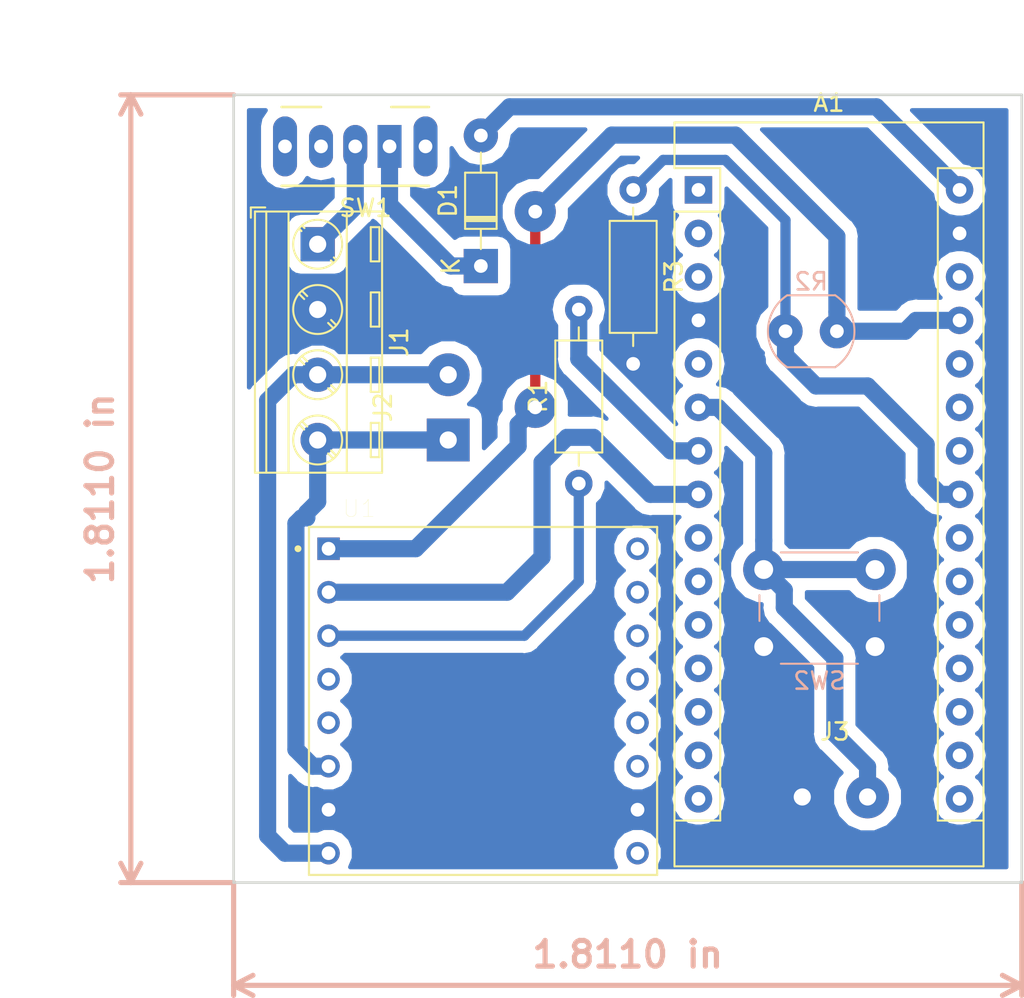
<source format=kicad_pcb>
(kicad_pcb (version 20171130) (host pcbnew "(5.0.1)-4")

  (general
    (thickness 1.6)
    (drawings 6)
    (tracks 113)
    (zones 0)
    (modules 11)
    (nets 13)
  )

  (page A4)
  (layers
    (0 F.Cu signal)
    (31 B.Cu signal)
    (32 B.Adhes user)
    (33 F.Adhes user)
    (34 B.Paste user)
    (35 F.Paste user)
    (36 B.SilkS user)
    (37 F.SilkS user)
    (38 B.Mask user)
    (39 F.Mask user)
    (40 Dwgs.User user)
    (41 Cmts.User user)
    (42 Eco1.User user)
    (43 Eco2.User user)
    (44 Edge.Cuts user)
    (45 Margin user)
    (46 B.CrtYd user)
    (47 F.CrtYd user)
    (48 B.Fab user)
    (49 F.Fab user)
  )

  (setup
    (last_trace_width 1)
    (trace_clearance 0.65)
    (zone_clearance 0.508)
    (zone_45_only no)
    (trace_min 0.2)
    (segment_width 0.2)
    (edge_width 0.15)
    (via_size 1.6)
    (via_drill 0.8)
    (via_min_size 0.4)
    (via_min_drill 0.3)
    (uvia_size 0.3)
    (uvia_drill 0.1)
    (uvias_allowed no)
    (uvia_min_size 0.2)
    (uvia_min_drill 0.1)
    (pcb_text_width 0.3)
    (pcb_text_size 1.5 1.5)
    (mod_edge_width 0.15)
    (mod_text_size 1 1)
    (mod_text_width 0.15)
    (pad_size 1.524 1.524)
    (pad_drill 0.762)
    (pad_to_mask_clearance 0.051)
    (solder_mask_min_width 0.25)
    (aux_axis_origin 124 123)
    (visible_elements 7FFFFFFF)
    (pcbplotparams
      (layerselection 0x01000_fffffffe)
      (usegerberextensions false)
      (usegerberattributes false)
      (usegerberadvancedattributes false)
      (creategerberjobfile false)
      (excludeedgelayer true)
      (linewidth 0.100000)
      (plotframeref false)
      (viasonmask false)
      (mode 1)
      (useauxorigin true)
      (hpglpennumber 1)
      (hpglpenspeed 20)
      (hpglpendiameter 15.000000)
      (psnegative false)
      (psa4output false)
      (plotreference true)
      (plotvalue true)
      (plotinvisibletext false)
      (padsonsilk false)
      (subtractmaskfromsilk false)
      (outputformat 1)
      (mirror false)
      (drillshape 0)
      (scaleselection 1)
      (outputdirectory "C:/Users/fabri/OneDrive/InnoGreenTech/SoundBox/sound_box/"))
  )

  (net 0 "")
  (net 1 GND)
  (net 2 "Net-(A1-Pad6)")
  (net 3 "Net-(A1-Pad27)")
  (net 4 "Net-(A1-Pad30)")
  (net 5 "Net-(D1-Pad1)")
  (net 6 "Net-(J1-Pad1)")
  (net 7 "Net-(J1-Pad3)")
  (net 8 "Net-(J1-Pad4)")
  (net 9 "Net-(R1-Pad1)")
  (net 10 "Net-(A1-Pad7)")
  (net 11 "Net-(A1-Pad8)")
  (net 12 "Net-(A1-Pad23)")

  (net_class Default "Ceci est la Netclass par défaut."
    (clearance 0.65)
    (trace_width 1)
    (via_dia 1.6)
    (via_drill 0.8)
    (uvia_dia 0.3)
    (uvia_drill 0.1)
    (add_net GND)
    (add_net "Net-(A1-Pad23)")
    (add_net "Net-(A1-Pad27)")
    (add_net "Net-(A1-Pad30)")
    (add_net "Net-(A1-Pad6)")
    (add_net "Net-(A1-Pad7)")
    (add_net "Net-(A1-Pad8)")
    (add_net "Net-(D1-Pad1)")
    (add_net "Net-(J1-Pad1)")
    (add_net "Net-(J1-Pad3)")
    (add_net "Net-(J1-Pad4)")
    (add_net "Net-(R1-Pad1)")
  )

  (module Diode_THT:D_DO-34_SOD68_P7.62mm_Horizontal (layer F.Cu) (tedit 5EF43ADA) (tstamp 5F002D39)
    (at 138.43 86.995 90)
    (descr "Diode, DO-34_SOD68 series, Axial, Horizontal, pin pitch=7.62mm, , length*diameter=3.04*1.6mm^2, , https://www.nxp.com/docs/en/data-sheet/KTY83_SER.pdf")
    (tags "Diode DO-34_SOD68 series Axial Horizontal pin pitch 7.62mm  length 3.04mm diameter 1.6mm")
    (path /5EF07E7F)
    (fp_text reference D1 (at 3.81 -1.92 90) (layer F.SilkS)
      (effects (font (size 1 1) (thickness 0.15)))
    )
    (fp_text value DIODE (at 3.81 1.92 90) (layer F.Fab)
      (effects (font (size 1 1) (thickness 0.15)))
    )
    (fp_line (start 2.29 -0.8) (end 2.29 0.8) (layer F.Fab) (width 0.1))
    (fp_line (start 2.29 0.8) (end 5.33 0.8) (layer F.Fab) (width 0.1))
    (fp_line (start 5.33 0.8) (end 5.33 -0.8) (layer F.Fab) (width 0.1))
    (fp_line (start 5.33 -0.8) (end 2.29 -0.8) (layer F.Fab) (width 0.1))
    (fp_line (start 0 0) (end 2.29 0) (layer F.Fab) (width 0.1))
    (fp_line (start 7.62 0) (end 5.33 0) (layer F.Fab) (width 0.1))
    (fp_line (start 2.746 -0.8) (end 2.746 0.8) (layer F.Fab) (width 0.1))
    (fp_line (start 2.846 -0.8) (end 2.846 0.8) (layer F.Fab) (width 0.1))
    (fp_line (start 2.646 -0.8) (end 2.646 0.8) (layer F.Fab) (width 0.1))
    (fp_line (start 2.17 -0.92) (end 2.17 0.92) (layer F.SilkS) (width 0.12))
    (fp_line (start 2.17 0.92) (end 5.45 0.92) (layer F.SilkS) (width 0.12))
    (fp_line (start 5.45 0.92) (end 5.45 -0.92) (layer F.SilkS) (width 0.12))
    (fp_line (start 5.45 -0.92) (end 2.17 -0.92) (layer F.SilkS) (width 0.12))
    (fp_line (start 0.99 0) (end 2.17 0) (layer F.SilkS) (width 0.12))
    (fp_line (start 6.63 0) (end 5.45 0) (layer F.SilkS) (width 0.12))
    (fp_line (start 2.746 -0.92) (end 2.746 0.92) (layer F.SilkS) (width 0.12))
    (fp_line (start 2.866 -0.92) (end 2.866 0.92) (layer F.SilkS) (width 0.12))
    (fp_line (start 2.626 -0.92) (end 2.626 0.92) (layer F.SilkS) (width 0.12))
    (fp_line (start -1 -1.05) (end -1 1.05) (layer F.CrtYd) (width 0.05))
    (fp_line (start -1 1.05) (end 8.63 1.05) (layer F.CrtYd) (width 0.05))
    (fp_line (start 8.63 1.05) (end 8.63 -1.05) (layer F.CrtYd) (width 0.05))
    (fp_line (start 8.63 -1.05) (end -1 -1.05) (layer F.CrtYd) (width 0.05))
    (fp_text user %R (at 4.038 0 90) (layer F.Fab)
      (effects (font (size 0.608 0.608) (thickness 0.0912)))
    )
    (fp_text user K (at 0 -1.75 90) (layer F.Fab)
      (effects (font (size 1 1) (thickness 0.15)))
    )
    (fp_text user K (at 0 -1.75 90) (layer F.SilkS)
      (effects (font (size 1 1) (thickness 0.15)))
    )
    (pad 1 thru_hole rect (at 0 0 90) (size 2 2) (drill 0.8) (layers *.Cu *.Mask)
      (net 5 "Net-(D1-Pad1)"))
    (pad 2 thru_hole oval (at 7.62 0 90) (size 2 2) (drill 0.8) (layers *.Cu *.Mask)
      (net 4 "Net-(A1-Pad30)"))
    (model ${KISYS3DMOD}/Diode_THT.3dshapes/D_DO-34_SOD68_P7.62mm_Horizontal.wrl
      (at (xyz 0 0 0))
      (scale (xyz 1 1 1))
      (rotate (xyz 0 0 0))
    )
  )

  (module Button_Switch_THT:SW_PUSH_6mm_H5mm (layer B.Cu) (tedit 5EF43AA4) (tstamp 5F000F15)
    (at 154.94 109.22)
    (descr "tactile push button, 6x6mm e.g. PHAP33xx series, height=5mm")
    (tags "tact sw push 6mm")
    (path /5EEFA258)
    (fp_text reference SW2 (at 3.25 2) (layer B.SilkS)
      (effects (font (size 1 1) (thickness 0.15)) (justify mirror))
    )
    (fp_text value Play (at 3.75 -6.7) (layer B.Fab)
      (effects (font (size 1 1) (thickness 0.15)) (justify mirror))
    )
    (fp_text user %R (at 3.25 -2.25) (layer B.Fab)
      (effects (font (size 1 1) (thickness 0.15)) (justify mirror))
    )
    (fp_line (start 3.25 0.75) (end 6.25 0.75) (layer B.Fab) (width 0.1))
    (fp_line (start 6.25 0.75) (end 6.25 -5.25) (layer B.Fab) (width 0.1))
    (fp_line (start 6.25 -5.25) (end 0.25 -5.25) (layer B.Fab) (width 0.1))
    (fp_line (start 0.25 -5.25) (end 0.25 0.75) (layer B.Fab) (width 0.1))
    (fp_line (start 0.25 0.75) (end 3.25 0.75) (layer B.Fab) (width 0.1))
    (fp_line (start 7.75 -6) (end 8 -6) (layer B.CrtYd) (width 0.05))
    (fp_line (start 8 -6) (end 8 -5.75) (layer B.CrtYd) (width 0.05))
    (fp_line (start 7.75 1.5) (end 8 1.5) (layer B.CrtYd) (width 0.05))
    (fp_line (start 8 1.5) (end 8 1.25) (layer B.CrtYd) (width 0.05))
    (fp_line (start -1.5 1.25) (end -1.5 1.5) (layer B.CrtYd) (width 0.05))
    (fp_line (start -1.5 1.5) (end -1.25 1.5) (layer B.CrtYd) (width 0.05))
    (fp_line (start -1.5 -5.75) (end -1.5 -6) (layer B.CrtYd) (width 0.05))
    (fp_line (start -1.5 -6) (end -1.25 -6) (layer B.CrtYd) (width 0.05))
    (fp_line (start -1.25 1.5) (end 7.75 1.5) (layer B.CrtYd) (width 0.05))
    (fp_line (start -1.5 -5.75) (end -1.5 1.25) (layer B.CrtYd) (width 0.05))
    (fp_line (start 7.75 -6) (end -1.25 -6) (layer B.CrtYd) (width 0.05))
    (fp_line (start 8 1.25) (end 8 -5.75) (layer B.CrtYd) (width 0.05))
    (fp_line (start 1 -5.5) (end 5.5 -5.5) (layer B.SilkS) (width 0.12))
    (fp_line (start -0.25 -1.5) (end -0.25 -3) (layer B.SilkS) (width 0.12))
    (fp_line (start 5.5 1) (end 1 1) (layer B.SilkS) (width 0.12))
    (fp_line (start 6.75 -3) (end 6.75 -1.5) (layer B.SilkS) (width 0.12))
    (fp_circle (center 3.25 -2.25) (end 1.25 -2.5) (layer B.Fab) (width 0.1))
    (pad 2 thru_hole circle (at 0 -4.5 270) (size 2.4 2.4) (drill 1.1) (layers *.Cu *.Mask)
      (net 2 "Net-(A1-Pad6)"))
    (pad 1 thru_hole circle (at 0 0 270) (size 2.4 2.4) (drill 1.1) (layers *.Cu *.Mask)
      (net 1 GND))
    (pad 2 thru_hole circle (at 6.5 -4.5 270) (size 2.4 2.4) (drill 1.1) (layers *.Cu *.Mask)
      (net 2 "Net-(A1-Pad6)"))
    (pad 1 thru_hole circle (at 6.5 0 270) (size 2.4 2.4) (drill 1.1) (layers *.Cu *.Mask)
      (net 1 GND))
    (model ${KISYS3DMOD}/Button_Switch_THT.3dshapes/SW_PUSH_6mm_H5mm.wrl
      (at (xyz 0 0 0))
      (scale (xyz 1 1 1))
      (rotate (xyz 0 0 0))
    )
  )

  (module OptoDevice:R_LDR_5.0x4.1mm_P3mm_Vertical (layer B.Cu) (tedit 5EF439FB) (tstamp 5F001EC3)
    (at 159.21 90.805 180)
    (descr "Resistor, LDR 5x4.1mm, see http://cdn-reichelt.de/documents/datenblatt/A500/A90xxxx%23PE.pdf")
    (tags "Resistor LDR5x4.1mm")
    (path /5EF00558)
    (fp_text reference R2 (at 1.5 2.9 180) (layer B.SilkS)
      (effects (font (size 1 1) (thickness 0.15)) (justify mirror))
    )
    (fp_text value LDR03 (at 1.3 -3 180) (layer B.Fab)
      (effects (font (size 1 1) (thickness 0.15)) (justify mirror))
    )
    (fp_text user %R (at 1.5 2.9 180) (layer B.Fab)
      (effects (font (size 1 1) (thickness 0.15)) (justify mirror))
    )
    (fp_line (start 0.1 -2.1) (end 2.9 -2.1) (layer B.SilkS) (width 0.12))
    (fp_line (start 0.1 2.1) (end 2.9 2.1) (layer B.SilkS) (width 0.12))
    (fp_line (start 0.6 -1.2) (end 2.1 -1.2) (layer B.Fab) (width 0.1))
    (fp_line (start 2.1 -1.2) (end 2.1 -0.6) (layer B.Fab) (width 0.1))
    (fp_line (start 2.1 -0.6) (end 0.9 -0.6) (layer B.Fab) (width 0.1))
    (fp_line (start 0.9 -0.6) (end 0.9 0) (layer B.Fab) (width 0.1))
    (fp_line (start 0.9 0) (end 2.1 0) (layer B.Fab) (width 0.1))
    (fp_line (start 2.1 0) (end 2.1 0.5) (layer B.Fab) (width 0.1))
    (fp_line (start 2.1 0.5) (end 2.1 0.6) (layer B.Fab) (width 0.1))
    (fp_line (start 2.1 0.6) (end 0.9 0.6) (layer B.Fab) (width 0.1))
    (fp_line (start 0.9 0.6) (end 0.9 1.2) (layer B.Fab) (width 0.1))
    (fp_line (start 0.9 1.2) (end 2.4 1.2) (layer B.Fab) (width 0.1))
    (fp_line (start 0.6 1.8) (end 2.4 1.8) (layer B.Fab) (width 0.1))
    (fp_line (start 2.4 1.8) (end 2.4 1.2) (layer B.Fab) (width 0.1))
    (fp_line (start 0.6 -1.2) (end 0.6 -1.8) (layer B.Fab) (width 0.1))
    (fp_line (start 0.6 -1.8) (end 2.4 -1.8) (layer B.Fab) (width 0.1))
    (fp_line (start 2.8 -2.05) (end 0.2 -2.05) (layer B.Fab) (width 0.1))
    (fp_line (start 0.2 2.05) (end 2.8 2.05) (layer B.Fab) (width 0.1))
    (fp_line (start -1.18 2.3) (end 4.18 2.3) (layer B.CrtYd) (width 0.05))
    (fp_line (start -1.18 2.3) (end -1.18 -2.3) (layer B.CrtYd) (width 0.05))
    (fp_line (start 4.18 -2.3) (end 4.18 2.3) (layer B.CrtYd) (width 0.05))
    (fp_line (start 4.18 -2.3) (end -1.18 -2.3) (layer B.CrtYd) (width 0.05))
    (fp_arc (start 1.5 0) (end 2.9 2.1) (angle -113) (layer B.SilkS) (width 0.12))
    (fp_arc (start 1.5 0) (end 0.1 -2.1) (angle -113) (layer B.SilkS) (width 0.12))
    (fp_arc (start 1.5 0) (end 2.8 2.05) (angle -114) (layer B.Fab) (width 0.1))
    (fp_arc (start 1.5 0) (end 0.2 -2.05) (angle -114) (layer B.Fab) (width 0.1))
    (pad 1 thru_hole circle (at 0 0 180) (size 2 2) (drill 0.8) (layers *.Cu *.Mask)
      (net 3 "Net-(A1-Pad27)"))
    (pad 2 thru_hole circle (at 3 0 180) (size 2 2) (drill 0.8) (layers *.Cu *.Mask)
      (net 12 "Net-(A1-Pad23)"))
    (model ${KISYS3DMOD}/OptoDevice.3dshapes/R_LDR_5.0x4.1mm_P3mm_Vertical.wrl
      (at (xyz 0 0 0))
      (scale (xyz 1 1 1))
      (rotate (xyz 0 0 0))
    )
  )

  (module Arduino:MODULE_DFR0299 (layer F.Cu) (tedit 5EEF9B9C) (tstamp 5F000F37)
    (at 138.557 112.395)
    (path /5EEF9F28)
    (fp_text reference U1 (at -7.225 -11.235) (layer F.SilkS)
      (effects (font (size 1 1) (thickness 0.015)))
    )
    (fp_text value DFR0299 (at -1.51 11.065) (layer F.Fab)
      (effects (font (size 1 1) (thickness 0.015)))
    )
    (fp_line (start -10.16 10.16) (end -10.16 -10.16) (layer F.SilkS) (width 0.127))
    (fp_line (start -10.16 -10.16) (end 10.16 -10.16) (layer F.SilkS) (width 0.127))
    (fp_line (start 10.16 -10.16) (end 10.16 10.16) (layer F.SilkS) (width 0.127))
    (fp_line (start 10.16 10.16) (end -10.16 10.16) (layer F.SilkS) (width 0.127))
    (fp_line (start 10.16 -10.16) (end 10.16 10.16) (layer F.Fab) (width 0.127))
    (fp_line (start 10.16 10.16) (end -10.16 10.16) (layer F.Fab) (width 0.127))
    (fp_line (start -10.16 10.16) (end -10.16 -10.16) (layer F.Fab) (width 0.127))
    (fp_line (start -10.16 -10.16) (end 10.16 -10.16) (layer F.Fab) (width 0.127))
    (fp_line (start -10.41 -10.41) (end 10.41 -10.41) (layer F.CrtYd) (width 0.05))
    (fp_line (start 10.41 -10.41) (end 10.41 10.41) (layer F.CrtYd) (width 0.05))
    (fp_line (start 10.41 10.41) (end -10.41 10.41) (layer F.CrtYd) (width 0.05))
    (fp_line (start -10.41 10.41) (end -10.41 -10.41) (layer F.CrtYd) (width 0.05))
    (fp_circle (center -10.8 -8.89) (end -10.7 -8.89) (layer F.Fab) (width 0.2))
    (fp_circle (center -10.8 -8.89) (end -10.7 -8.89) (layer F.SilkS) (width 0.2))
    (pad 4 thru_hole circle (at -9.017 -1.27) (size 1.308 1.308) (drill 0.8) (layers *.Cu *.Mask))
    (pad 5 thru_hole circle (at -9.017 1.27) (size 1.308 1.308) (drill 0.8) (layers *.Cu *.Mask))
    (pad 13 thru_hole circle (at 9.017 -1.27) (size 1.308 1.308) (drill 0.8) (layers *.Cu *.Mask))
    (pad 12 thru_hole circle (at 9.017 1.27) (size 1.308 1.308) (drill 0.8) (layers *.Cu *.Mask))
    (pad 6 thru_hole circle (at -9.017 3.81) (size 1.308 1.308) (drill 0.8) (layers *.Cu *.Mask)
      (net 8 "Net-(J1-Pad4)"))
    (pad 3 thru_hole circle (at -9.017 -3.81) (size 1.308 1.308) (drill 0.8) (layers *.Cu *.Mask)
      (net 9 "Net-(R1-Pad1)"))
    (pad 14 thru_hole circle (at 9.017 -3.81) (size 1.308 1.308) (drill 0.8) (layers *.Cu *.Mask))
    (pad 11 thru_hole circle (at 9.017 3.81) (size 1.308 1.308) (drill 0.8) (layers *.Cu *.Mask))
    (pad 2 thru_hole circle (at -9.017 -6.35) (size 1.308 1.308) (drill 0.8) (layers *.Cu *.Mask)
      (net 11 "Net-(A1-Pad8)"))
    (pad 15 thru_hole circle (at 9.017 -6.35) (size 1.308 1.308) (drill 0.8) (layers *.Cu *.Mask))
    (pad 7 thru_hole circle (at -9.017 6.35) (size 1.308 1.308) (drill 0.8) (layers *.Cu *.Mask)
      (net 1 GND))
    (pad 10 thru_hole circle (at 9.017 6.35) (size 1.308 1.308) (drill 0.8) (layers *.Cu *.Mask)
      (net 1 GND))
    (pad 1 thru_hole rect (at -9.017 -8.89) (size 1.308 1.308) (drill 0.8) (layers *.Cu *.Mask)
      (net 3 "Net-(A1-Pad27)"))
    (pad 16 thru_hole circle (at 9.017 -8.89) (size 1.308 1.308) (drill 0.8) (layers *.Cu *.Mask))
    (pad 8 thru_hole circle (at -9.017 8.89) (size 1.308 1.308) (drill 0.8) (layers *.Cu *.Mask)
      (net 7 "Net-(J1-Pad3)"))
    (pad 9 thru_hole circle (at 9.017 8.89) (size 1.308 1.308) (drill 0.8) (layers *.Cu *.Mask))
  )

  (module Button_Switch_THT:SW_CuK_OS102011MA1QN1_SPDT_Angled (layer F.Cu) (tedit 5EF393EC) (tstamp 5F000EF6)
    (at 133.1 80.01 180)
    (descr "CuK miniature slide switch, OS series, SPDT, right angle, http://www.ckswitches.com/media/1428/os.pdf")
    (tags "switch SPDT")
    (path /5EEFAA20)
    (fp_text reference SW1 (at 1.4 -3.6 180) (layer F.SilkS)
      (effects (font (size 1 1) (thickness 0.15)))
    )
    (fp_text value Power_in (at 1.7 7.7 180) (layer F.Fab)
      (effects (font (size 1 1) (thickness 0.15)))
    )
    (fp_text user %R (at 2.3 1.7 180) (layer F.Fab)
      (effects (font (size 0.5 0.5) (thickness 0.1)))
    )
    (fp_line (start -2.3 -2.2) (end 6.3 -2.2) (layer F.Fab) (width 0.1))
    (fp_line (start -2.3 -2.2) (end -2.3 2.2) (layer F.Fab) (width 0.1))
    (fp_line (start -2.3 2.2) (end 6.3 2.2) (layer F.Fab) (width 0.1))
    (fp_line (start 6.3 2.2) (end 6.3 -2.2) (layer F.Fab) (width 0.1))
    (fp_line (start 2 2.2) (end 2 6.2) (layer F.Fab) (width 0.1))
    (fp_line (start 2 6.2) (end 0 6.2) (layer F.Fab) (width 0.1))
    (fp_line (start 0 6.2) (end 0 2.2) (layer F.Fab) (width 0.1))
    (fp_line (start -2.3 -2.3) (end 6.3 -2.3) (layer F.SilkS) (width 0.15))
    (fp_line (start -2.3 2.3) (end -0.1 2.3) (layer F.SilkS) (width 0.15))
    (fp_line (start 4 2.3) (end 6.3 2.3) (layer F.SilkS) (width 0.15))
    (fp_line (start 7.7 -2.7) (end 7.7 6.7) (layer F.CrtYd) (width 0.05))
    (fp_line (start 7.7 6.7) (end -3.7 6.7) (layer F.CrtYd) (width 0.05))
    (fp_line (start -3.7 6.7) (end -3.7 -2.7) (layer F.CrtYd) (width 0.05))
    (fp_line (start -3.7 -2.7) (end 7.7 -2.7) (layer F.CrtYd) (width 0.05))
    (pad 1 thru_hole rect (at 0 0 180) (size 1.4 2.5) (drill 0.8) (layers *.Cu *.Mask)
      (net 5 "Net-(D1-Pad1)"))
    (pad 2 thru_hole oval (at 2 0 180) (size 1.4 2.5) (drill 0.8) (layers *.Cu *.Mask)
      (net 6 "Net-(J1-Pad1)"))
    (pad 3 thru_hole oval (at 4 0 180) (size 1.4 2.5) (drill 0.8) (layers *.Cu *.Mask))
    (pad "" thru_hole oval (at -2.1 0 180) (size 1.4 3.5) (drill 0.8) (layers *.Cu *.Mask))
    (pad "" thru_hole oval (at 6.1 0 180) (size 1.4 3.5) (drill 0.8) (layers *.Cu *.Mask))
    (model ${KISYS3DMOD}/Button_Switch_THT.3dshapes/SW_CuK_OS102011MA1QN1_SPDT_Angled.wrl
      (at (xyz 0 0 0))
      (scale (xyz 1 1 1))
      (rotate (xyz 0 0 0))
    )
  )

  (module TerminalBlock_MetzConnect:TerminalBlock_MetzConnect_Type086_RT03404HBLC_1x04_P3.81mm_Horizontal (layer F.Cu) (tedit 5EF38FCE) (tstamp 5F000E85)
    (at 128.905 85.725 270)
    (descr "terminal block Metz Connect Type086_RT03404HBLC, 4 pins, pitch 3.81mm, size 15.1x7.3mm^2, drill diamater 0.7mm, pad diameter 1.4mm, see http://www.metz-connect.com/de/system/files/productfiles/Datenblatt_310861_RT034xxHBLC_OFF-026114K.pdf, script-generated using https://github.com/pointhi/kicad-footprint-generator/scripts/TerminalBlock_MetzConnect")
    (tags "THT terminal block Metz Connect Type086_RT03404HBLC pitch 3.81mm size 15.1x7.3mm^2 drill 0.7mm pad 1.4mm")
    (path /5EF395D3)
    (fp_text reference J1 (at 5.715 -4.76 270) (layer F.SilkS)
      (effects (font (size 1 1) (thickness 0.15)))
    )
    (fp_text value Screw_Terminal_01x04 (at 5.715 4.66 270) (layer F.Fab)
      (effects (font (size 1 1) (thickness 0.15)))
    )
    (fp_circle (center 0 0) (end 1.25 0) (layer F.Fab) (width 0.1))
    (fp_circle (center 0 0) (end 1.43 0) (layer F.SilkS) (width 0.12))
    (fp_circle (center 3.81 0) (end 5.06 0) (layer F.Fab) (width 0.1))
    (fp_circle (center 3.81 0) (end 5.24 0) (layer F.SilkS) (width 0.12))
    (fp_circle (center 7.62 0) (end 8.87 0) (layer F.Fab) (width 0.1))
    (fp_circle (center 7.62 0) (end 9.05 0) (layer F.SilkS) (width 0.12))
    (fp_circle (center 11.43 0) (end 12.68 0) (layer F.Fab) (width 0.1))
    (fp_circle (center 11.43 0) (end 12.86 0) (layer F.SilkS) (width 0.12))
    (fp_line (start -1.85 -3.7) (end 13.28 -3.7) (layer F.Fab) (width 0.1))
    (fp_line (start 13.28 -3.7) (end 13.28 3.6) (layer F.Fab) (width 0.1))
    (fp_line (start 13.28 3.6) (end -1.25 3.6) (layer F.Fab) (width 0.1))
    (fp_line (start -1.25 3.6) (end -1.85 3) (layer F.Fab) (width 0.1))
    (fp_line (start -1.85 3) (end -1.85 -3.7) (layer F.Fab) (width 0.1))
    (fp_line (start -1.85 3) (end 13.28 3) (layer F.Fab) (width 0.1))
    (fp_line (start -1.91 3) (end 13.34 3) (layer F.SilkS) (width 0.12))
    (fp_line (start -1.85 1.7) (end 13.28 1.7) (layer F.Fab) (width 0.1))
    (fp_line (start -1.91 1.701) (end 13.34 1.701) (layer F.SilkS) (width 0.12))
    (fp_line (start -1.85 -1.7) (end 13.28 -1.7) (layer F.Fab) (width 0.1))
    (fp_line (start -1.91 -1.7) (end 13.34 -1.7) (layer F.SilkS) (width 0.12))
    (fp_line (start -1.91 -3.76) (end 13.34 -3.76) (layer F.SilkS) (width 0.12))
    (fp_line (start -1.91 3.66) (end 13.34 3.66) (layer F.SilkS) (width 0.12))
    (fp_line (start -1.91 -3.76) (end -1.91 3.66) (layer F.SilkS) (width 0.12))
    (fp_line (start 13.34 -3.76) (end 13.34 3.66) (layer F.SilkS) (width 0.12))
    (fp_line (start 0.949 -0.796) (end -0.796 0.948) (layer F.Fab) (width 0.1))
    (fp_line (start 0.796 -0.948) (end -0.949 0.796) (layer F.Fab) (width 0.1))
    (fp_line (start 1.085 -0.91) (end 0.945 -0.771) (layer F.SilkS) (width 0.12))
    (fp_line (start -0.771 0.945) (end -0.911 1.085) (layer F.SilkS) (width 0.12))
    (fp_line (start 0.911 -1.085) (end 0.771 -0.945) (layer F.SilkS) (width 0.12))
    (fp_line (start -0.946 0.771) (end -1.085 0.91) (layer F.SilkS) (width 0.12))
    (fp_line (start -1 -3.6) (end -1 -3.1) (layer F.Fab) (width 0.1))
    (fp_line (start -1 -3.1) (end 1 -3.1) (layer F.Fab) (width 0.1))
    (fp_line (start 1 -3.1) (end 1 -3.6) (layer F.Fab) (width 0.1))
    (fp_line (start 1 -3.6) (end -1 -3.6) (layer F.Fab) (width 0.1))
    (fp_line (start -1 -3.6) (end 1 -3.6) (layer F.SilkS) (width 0.12))
    (fp_line (start -1 -3.1) (end 1 -3.1) (layer F.SilkS) (width 0.12))
    (fp_line (start -1 -3.6) (end -1 -3.1) (layer F.SilkS) (width 0.12))
    (fp_line (start 1 -3.6) (end 1 -3.1) (layer F.SilkS) (width 0.12))
    (fp_line (start 4.759 -0.796) (end 3.015 0.948) (layer F.Fab) (width 0.1))
    (fp_line (start 4.606 -0.948) (end 2.862 0.796) (layer F.Fab) (width 0.1))
    (fp_line (start 4.895 -0.91) (end 4.596 -0.611) (layer F.SilkS) (width 0.12))
    (fp_line (start 3.2 0.786) (end 2.9 1.085) (layer F.SilkS) (width 0.12))
    (fp_line (start 4.721 -1.085) (end 4.421 -0.786) (layer F.SilkS) (width 0.12))
    (fp_line (start 3.025 0.611) (end 2.726 0.91) (layer F.SilkS) (width 0.12))
    (fp_line (start 2.81 -3.6) (end 2.81 -3.1) (layer F.Fab) (width 0.1))
    (fp_line (start 2.81 -3.1) (end 4.81 -3.1) (layer F.Fab) (width 0.1))
    (fp_line (start 4.81 -3.1) (end 4.81 -3.6) (layer F.Fab) (width 0.1))
    (fp_line (start 4.81 -3.6) (end 2.81 -3.6) (layer F.Fab) (width 0.1))
    (fp_line (start 2.81 -3.6) (end 4.81 -3.6) (layer F.SilkS) (width 0.12))
    (fp_line (start 2.81 -3.1) (end 4.81 -3.1) (layer F.SilkS) (width 0.12))
    (fp_line (start 2.81 -3.6) (end 2.81 -3.1) (layer F.SilkS) (width 0.12))
    (fp_line (start 4.81 -3.6) (end 4.81 -3.1) (layer F.SilkS) (width 0.12))
    (fp_line (start 8.569 -0.796) (end 6.825 0.948) (layer F.Fab) (width 0.1))
    (fp_line (start 8.416 -0.948) (end 6.672 0.796) (layer F.Fab) (width 0.1))
    (fp_line (start 8.705 -0.91) (end 8.406 -0.611) (layer F.SilkS) (width 0.12))
    (fp_line (start 7.01 0.786) (end 6.71 1.085) (layer F.SilkS) (width 0.12))
    (fp_line (start 8.531 -1.085) (end 8.231 -0.786) (layer F.SilkS) (width 0.12))
    (fp_line (start 6.835 0.611) (end 6.536 0.91) (layer F.SilkS) (width 0.12))
    (fp_line (start 6.62 -3.6) (end 6.62 -3.1) (layer F.Fab) (width 0.1))
    (fp_line (start 6.62 -3.1) (end 8.62 -3.1) (layer F.Fab) (width 0.1))
    (fp_line (start 8.62 -3.1) (end 8.62 -3.6) (layer F.Fab) (width 0.1))
    (fp_line (start 8.62 -3.6) (end 6.62 -3.6) (layer F.Fab) (width 0.1))
    (fp_line (start 6.62 -3.6) (end 8.62 -3.6) (layer F.SilkS) (width 0.12))
    (fp_line (start 6.62 -3.1) (end 8.62 -3.1) (layer F.SilkS) (width 0.12))
    (fp_line (start 6.62 -3.6) (end 6.62 -3.1) (layer F.SilkS) (width 0.12))
    (fp_line (start 8.62 -3.6) (end 8.62 -3.1) (layer F.SilkS) (width 0.12))
    (fp_line (start 12.379 -0.796) (end 10.635 0.948) (layer F.Fab) (width 0.1))
    (fp_line (start 12.226 -0.948) (end 10.482 0.796) (layer F.Fab) (width 0.1))
    (fp_line (start 12.515 -0.91) (end 12.216 -0.611) (layer F.SilkS) (width 0.12))
    (fp_line (start 10.82 0.786) (end 10.52 1.085) (layer F.SilkS) (width 0.12))
    (fp_line (start 12.341 -1.085) (end 12.041 -0.786) (layer F.SilkS) (width 0.12))
    (fp_line (start 10.645 0.611) (end 10.346 0.91) (layer F.SilkS) (width 0.12))
    (fp_line (start 10.43 -3.6) (end 10.43 -3.1) (layer F.Fab) (width 0.1))
    (fp_line (start 10.43 -3.1) (end 12.43 -3.1) (layer F.Fab) (width 0.1))
    (fp_line (start 12.43 -3.1) (end 12.43 -3.6) (layer F.Fab) (width 0.1))
    (fp_line (start 12.43 -3.6) (end 10.43 -3.6) (layer F.Fab) (width 0.1))
    (fp_line (start 10.43 -3.6) (end 12.43 -3.6) (layer F.SilkS) (width 0.12))
    (fp_line (start 10.43 -3.1) (end 12.43 -3.1) (layer F.SilkS) (width 0.12))
    (fp_line (start 10.43 -3.6) (end 10.43 -3.1) (layer F.SilkS) (width 0.12))
    (fp_line (start 12.43 -3.6) (end 12.43 -3.1) (layer F.SilkS) (width 0.12))
    (fp_line (start -2.15 3.06) (end -2.15 3.9) (layer F.SilkS) (width 0.12))
    (fp_line (start -2.15 3.9) (end -1.55 3.9) (layer F.SilkS) (width 0.12))
    (fp_line (start -2.35 -4.2) (end -2.35 4.11) (layer F.CrtYd) (width 0.05))
    (fp_line (start -2.35 4.11) (end 13.78 4.11) (layer F.CrtYd) (width 0.05))
    (fp_line (start 13.78 4.11) (end 13.78 -4.2) (layer F.CrtYd) (width 0.05))
    (fp_line (start 13.78 -4.2) (end -2.35 -4.2) (layer F.CrtYd) (width 0.05))
    (fp_text user %R (at 5.715 2.4 270) (layer F.Fab)
      (effects (font (size 1 1) (thickness 0.15)))
    )
    (pad 1 thru_hole rect (at 0 0 270) (size 2 2) (drill 1) (layers *.Cu *.Mask)
      (net 6 "Net-(J1-Pad1)"))
    (pad 2 thru_hole circle (at 3.81 0 270) (size 2 2) (drill 1) (layers *.Cu *.Mask)
      (net 1 GND))
    (pad 3 thru_hole circle (at 7.62 0 270) (size 2 2) (drill 1) (layers *.Cu *.Mask)
      (net 7 "Net-(J1-Pad3)"))
    (pad 4 thru_hole circle (at 11.43 0 270) (size 2 2) (drill 1) (layers *.Cu *.Mask)
      (net 8 "Net-(J1-Pad4)"))
    (model ${KISYS3DMOD}/TerminalBlock_MetzConnect.3dshapes/TerminalBlock_MetzConnect_Type086_RT03404HBLC_1x04_P3.81mm_Horizontal.wrl
      (at (xyz 0 0 0))
      (scale (xyz 1 1 1))
      (rotate (xyz 0 0 0))
    )
  )

  (module Module:Arduino_Nano (layer F.Cu) (tedit 58ACAF70) (tstamp 5F000E08)
    (at 151.13 82.55)
    (descr "Arduino Nano, http://www.mouser.com/pdfdocs/Gravitech_Arduino_Nano3_0.pdf")
    (tags "Arduino Nano")
    (path /5EEF9E88)
    (fp_text reference A1 (at 7.62 -5.08) (layer F.SilkS)
      (effects (font (size 1 1) (thickness 0.15)))
    )
    (fp_text value Arduino_Nano_v3.x (at 8.89 19.05 90) (layer F.Fab)
      (effects (font (size 1 1) (thickness 0.15)))
    )
    (fp_text user %R (at 6.35 19.05 90) (layer F.Fab)
      (effects (font (size 1 1) (thickness 0.15)))
    )
    (fp_line (start 1.27 1.27) (end 1.27 -1.27) (layer F.SilkS) (width 0.12))
    (fp_line (start 1.27 -1.27) (end -1.4 -1.27) (layer F.SilkS) (width 0.12))
    (fp_line (start -1.4 1.27) (end -1.4 39.5) (layer F.SilkS) (width 0.12))
    (fp_line (start -1.4 -3.94) (end -1.4 -1.27) (layer F.SilkS) (width 0.12))
    (fp_line (start 13.97 -1.27) (end 16.64 -1.27) (layer F.SilkS) (width 0.12))
    (fp_line (start 13.97 -1.27) (end 13.97 36.83) (layer F.SilkS) (width 0.12))
    (fp_line (start 13.97 36.83) (end 16.64 36.83) (layer F.SilkS) (width 0.12))
    (fp_line (start 1.27 1.27) (end -1.4 1.27) (layer F.SilkS) (width 0.12))
    (fp_line (start 1.27 1.27) (end 1.27 36.83) (layer F.SilkS) (width 0.12))
    (fp_line (start 1.27 36.83) (end -1.4 36.83) (layer F.SilkS) (width 0.12))
    (fp_line (start 3.81 31.75) (end 11.43 31.75) (layer F.Fab) (width 0.1))
    (fp_line (start 11.43 31.75) (end 11.43 41.91) (layer F.Fab) (width 0.1))
    (fp_line (start 11.43 41.91) (end 3.81 41.91) (layer F.Fab) (width 0.1))
    (fp_line (start 3.81 41.91) (end 3.81 31.75) (layer F.Fab) (width 0.1))
    (fp_line (start -1.4 39.5) (end 16.64 39.5) (layer F.SilkS) (width 0.12))
    (fp_line (start 16.64 39.5) (end 16.64 -3.94) (layer F.SilkS) (width 0.12))
    (fp_line (start 16.64 -3.94) (end -1.4 -3.94) (layer F.SilkS) (width 0.12))
    (fp_line (start 16.51 39.37) (end -1.27 39.37) (layer F.Fab) (width 0.1))
    (fp_line (start -1.27 39.37) (end -1.27 -2.54) (layer F.Fab) (width 0.1))
    (fp_line (start -1.27 -2.54) (end 0 -3.81) (layer F.Fab) (width 0.1))
    (fp_line (start 0 -3.81) (end 16.51 -3.81) (layer F.Fab) (width 0.1))
    (fp_line (start 16.51 -3.81) (end 16.51 39.37) (layer F.Fab) (width 0.1))
    (fp_line (start -1.53 -4.06) (end 16.75 -4.06) (layer F.CrtYd) (width 0.05))
    (fp_line (start -1.53 -4.06) (end -1.53 42.16) (layer F.CrtYd) (width 0.05))
    (fp_line (start 16.75 42.16) (end 16.75 -4.06) (layer F.CrtYd) (width 0.05))
    (fp_line (start 16.75 42.16) (end -1.53 42.16) (layer F.CrtYd) (width 0.05))
    (pad 1 thru_hole rect (at 0 0) (size 1.6 1.6) (drill 0.8) (layers *.Cu *.Mask))
    (pad 17 thru_hole oval (at 15.24 33.02) (size 1.6 1.6) (drill 0.8) (layers *.Cu *.Mask))
    (pad 2 thru_hole oval (at 0 2.54) (size 1.6 1.6) (drill 0.8) (layers *.Cu *.Mask))
    (pad 18 thru_hole oval (at 15.24 30.48) (size 1.6 1.6) (drill 0.8) (layers *.Cu *.Mask))
    (pad 3 thru_hole oval (at 0 5.08) (size 1.6 1.6) (drill 0.8) (layers *.Cu *.Mask))
    (pad 19 thru_hole oval (at 15.24 27.94) (size 1.6 1.6) (drill 0.8) (layers *.Cu *.Mask))
    (pad 4 thru_hole oval (at 0 7.62) (size 1.6 1.6) (drill 0.8) (layers *.Cu *.Mask)
      (net 1 GND))
    (pad 20 thru_hole oval (at 15.24 25.4) (size 1.6 1.6) (drill 0.8) (layers *.Cu *.Mask))
    (pad 5 thru_hole oval (at 0 10.16) (size 1.6 1.6) (drill 0.8) (layers *.Cu *.Mask))
    (pad 21 thru_hole oval (at 15.24 22.86) (size 1.6 1.6) (drill 0.8) (layers *.Cu *.Mask))
    (pad 6 thru_hole oval (at 0 12.7) (size 1.6 1.6) (drill 0.8) (layers *.Cu *.Mask)
      (net 2 "Net-(A1-Pad6)"))
    (pad 22 thru_hole oval (at 15.24 20.32) (size 1.6 1.6) (drill 0.8) (layers *.Cu *.Mask))
    (pad 7 thru_hole oval (at 0 15.24) (size 1.6 1.6) (drill 0.8) (layers *.Cu *.Mask)
      (net 10 "Net-(A1-Pad7)"))
    (pad 23 thru_hole oval (at 15.24 17.78) (size 1.6 1.6) (drill 0.8) (layers *.Cu *.Mask)
      (net 12 "Net-(A1-Pad23)"))
    (pad 8 thru_hole oval (at 0 17.78) (size 1.6 1.6) (drill 0.8) (layers *.Cu *.Mask)
      (net 11 "Net-(A1-Pad8)"))
    (pad 24 thru_hole oval (at 15.24 15.24) (size 1.6 1.6) (drill 0.8) (layers *.Cu *.Mask))
    (pad 9 thru_hole oval (at 0 20.32) (size 1.6 1.6) (drill 0.8) (layers *.Cu *.Mask))
    (pad 25 thru_hole oval (at 15.24 12.7) (size 1.6 1.6) (drill 0.8) (layers *.Cu *.Mask))
    (pad 10 thru_hole oval (at 0 22.86) (size 1.6 1.6) (drill 0.8) (layers *.Cu *.Mask))
    (pad 26 thru_hole oval (at 15.24 10.16) (size 1.6 1.6) (drill 0.8) (layers *.Cu *.Mask))
    (pad 11 thru_hole oval (at 0 25.4) (size 1.6 1.6) (drill 0.8) (layers *.Cu *.Mask))
    (pad 27 thru_hole oval (at 15.24 7.62) (size 1.6 1.6) (drill 0.8) (layers *.Cu *.Mask)
      (net 3 "Net-(A1-Pad27)"))
    (pad 12 thru_hole oval (at 0 27.94) (size 1.6 1.6) (drill 0.8) (layers *.Cu *.Mask))
    (pad 28 thru_hole oval (at 15.24 5.08) (size 1.6 1.6) (drill 0.8) (layers *.Cu *.Mask))
    (pad 13 thru_hole oval (at 0 30.48) (size 1.6 1.6) (drill 0.8) (layers *.Cu *.Mask))
    (pad 29 thru_hole oval (at 15.24 2.54) (size 1.6 1.6) (drill 0.8) (layers *.Cu *.Mask)
      (net 1 GND))
    (pad 14 thru_hole oval (at 0 33.02) (size 1.6 1.6) (drill 0.8) (layers *.Cu *.Mask))
    (pad 30 thru_hole oval (at 15.24 0) (size 1.6 1.6) (drill 0.8) (layers *.Cu *.Mask)
      (net 4 "Net-(A1-Pad30)"))
    (pad 15 thru_hole oval (at 0 35.56) (size 1.6 1.6) (drill 0.8) (layers *.Cu *.Mask))
    (pad 16 thru_hole oval (at 15.24 35.56) (size 1.6 1.6) (drill 0.8) (layers *.Cu *.Mask))
    (model ${KISYS3DMOD}/Module.3dshapes/Arduino_Nano_WithMountingHoles.wrl
      (at (xyz 0 0 0))
      (scale (xyz 1 1 1))
      (rotate (xyz 0 0 0))
    )
  )

  (module Connector_Wire:SolderWirePad_1x02_P3.81mm_Drill1mm (layer F.Cu) (tedit 5AEE5F04) (tstamp 5F000E90)
    (at 136.525 97.155 90)
    (descr "Wire solder connection")
    (tags connector)
    (path /5EF3D304)
    (attr virtual)
    (fp_text reference J2 (at 1.905 -3.81 90) (layer F.SilkS)
      (effects (font (size 1 1) (thickness 0.15)))
    )
    (fp_text value HP (at 1.905 3.81 90) (layer F.Fab)
      (effects (font (size 1 1) (thickness 0.15)))
    )
    (fp_text user %R (at 1.905 0 90) (layer F.Fab)
      (effects (font (size 1 1) (thickness 0.15)))
    )
    (fp_line (start -1.74 -1.75) (end 5.56 -1.75) (layer F.CrtYd) (width 0.05))
    (fp_line (start -1.74 -1.75) (end -1.74 1.75) (layer F.CrtYd) (width 0.05))
    (fp_line (start 5.56 1.75) (end 5.56 -1.75) (layer F.CrtYd) (width 0.05))
    (fp_line (start 5.56 1.75) (end -1.74 1.75) (layer F.CrtYd) (width 0.05))
    (pad 1 thru_hole rect (at 0 0 90) (size 2.49936 2.49936) (drill 1.00076) (layers *.Cu *.Mask)
      (net 8 "Net-(J1-Pad4)"))
    (pad 2 thru_hole circle (at 3.81 0 90) (size 2.49936 2.49936) (drill 1.00076) (layers *.Cu *.Mask)
      (net 7 "Net-(J1-Pad3)"))
  )

  (module Resistor_THT:R_Axial_DIN0207_L6.3mm_D2.5mm_P10.16mm_Horizontal (layer F.Cu) (tedit 5AE5139B) (tstamp 5F000EA7)
    (at 144.145 99.695 90)
    (descr "Resistor, Axial_DIN0207 series, Axial, Horizontal, pin pitch=10.16mm, 0.25W = 1/4W, length*diameter=6.3*2.5mm^2, http://cdn-reichelt.de/documents/datenblatt/B400/1_4W%23YAG.pdf")
    (tags "Resistor Axial_DIN0207 series Axial Horizontal pin pitch 10.16mm 0.25W = 1/4W length 6.3mm diameter 2.5mm")
    (path /5EEFAD76)
    (fp_text reference R1 (at 5.08 -2.37 90) (layer F.SilkS)
      (effects (font (size 1 1) (thickness 0.15)))
    )
    (fp_text value "1 k" (at 5.08 2.37 90) (layer F.Fab)
      (effects (font (size 1 1) (thickness 0.15)))
    )
    (fp_line (start 1.93 -1.25) (end 1.93 1.25) (layer F.Fab) (width 0.1))
    (fp_line (start 1.93 1.25) (end 8.23 1.25) (layer F.Fab) (width 0.1))
    (fp_line (start 8.23 1.25) (end 8.23 -1.25) (layer F.Fab) (width 0.1))
    (fp_line (start 8.23 -1.25) (end 1.93 -1.25) (layer F.Fab) (width 0.1))
    (fp_line (start 0 0) (end 1.93 0) (layer F.Fab) (width 0.1))
    (fp_line (start 10.16 0) (end 8.23 0) (layer F.Fab) (width 0.1))
    (fp_line (start 1.81 -1.37) (end 1.81 1.37) (layer F.SilkS) (width 0.12))
    (fp_line (start 1.81 1.37) (end 8.35 1.37) (layer F.SilkS) (width 0.12))
    (fp_line (start 8.35 1.37) (end 8.35 -1.37) (layer F.SilkS) (width 0.12))
    (fp_line (start 8.35 -1.37) (end 1.81 -1.37) (layer F.SilkS) (width 0.12))
    (fp_line (start 1.04 0) (end 1.81 0) (layer F.SilkS) (width 0.12))
    (fp_line (start 9.12 0) (end 8.35 0) (layer F.SilkS) (width 0.12))
    (fp_line (start -1.05 -1.5) (end -1.05 1.5) (layer F.CrtYd) (width 0.05))
    (fp_line (start -1.05 1.5) (end 11.21 1.5) (layer F.CrtYd) (width 0.05))
    (fp_line (start 11.21 1.5) (end 11.21 -1.5) (layer F.CrtYd) (width 0.05))
    (fp_line (start 11.21 -1.5) (end -1.05 -1.5) (layer F.CrtYd) (width 0.05))
    (fp_text user %R (at 5.08 0 90) (layer F.Fab)
      (effects (font (size 1 1) (thickness 0.15)))
    )
    (pad 1 thru_hole circle (at 0 0 90) (size 1.6 1.6) (drill 0.8) (layers *.Cu *.Mask)
      (net 9 "Net-(R1-Pad1)"))
    (pad 2 thru_hole oval (at 10.16 0 90) (size 1.6 1.6) (drill 0.8) (layers *.Cu *.Mask)
      (net 10 "Net-(A1-Pad7)"))
    (model ${KISYS3DMOD}/Resistor_THT.3dshapes/R_Axial_DIN0207_L6.3mm_D2.5mm_P10.16mm_Horizontal.wrl
      (at (xyz 0 0 0))
      (scale (xyz 1 1 1))
      (rotate (xyz 0 0 0))
    )
  )

  (module Resistor_THT:R_Axial_DIN0207_L6.3mm_D2.5mm_P10.16mm_Horizontal (layer F.Cu) (tedit 5AE5139B) (tstamp 5F000EDE)
    (at 147.32 82.55 270)
    (descr "Resistor, Axial_DIN0207 series, Axial, Horizontal, pin pitch=10.16mm, 0.25W = 1/4W, length*diameter=6.3*2.5mm^2, http://cdn-reichelt.de/documents/datenblatt/B400/1_4W%23YAG.pdf")
    (tags "Resistor Axial_DIN0207 series Axial Horizontal pin pitch 10.16mm 0.25W = 1/4W length 6.3mm diameter 2.5mm")
    (path /5EF00625)
    (fp_text reference R3 (at 5.08 -2.37 270) (layer F.SilkS)
      (effects (font (size 1 1) (thickness 0.15)))
    )
    (fp_text value 4.7k (at 5.08 2.37 270) (layer F.Fab)
      (effects (font (size 1 1) (thickness 0.15)))
    )
    (fp_text user %R (at 5.08 0 270) (layer F.Fab)
      (effects (font (size 1 1) (thickness 0.15)))
    )
    (fp_line (start 11.21 -1.5) (end -1.05 -1.5) (layer F.CrtYd) (width 0.05))
    (fp_line (start 11.21 1.5) (end 11.21 -1.5) (layer F.CrtYd) (width 0.05))
    (fp_line (start -1.05 1.5) (end 11.21 1.5) (layer F.CrtYd) (width 0.05))
    (fp_line (start -1.05 -1.5) (end -1.05 1.5) (layer F.CrtYd) (width 0.05))
    (fp_line (start 9.12 0) (end 8.35 0) (layer F.SilkS) (width 0.12))
    (fp_line (start 1.04 0) (end 1.81 0) (layer F.SilkS) (width 0.12))
    (fp_line (start 8.35 -1.37) (end 1.81 -1.37) (layer F.SilkS) (width 0.12))
    (fp_line (start 8.35 1.37) (end 8.35 -1.37) (layer F.SilkS) (width 0.12))
    (fp_line (start 1.81 1.37) (end 8.35 1.37) (layer F.SilkS) (width 0.12))
    (fp_line (start 1.81 -1.37) (end 1.81 1.37) (layer F.SilkS) (width 0.12))
    (fp_line (start 10.16 0) (end 8.23 0) (layer F.Fab) (width 0.1))
    (fp_line (start 0 0) (end 1.93 0) (layer F.Fab) (width 0.1))
    (fp_line (start 8.23 -1.25) (end 1.93 -1.25) (layer F.Fab) (width 0.1))
    (fp_line (start 8.23 1.25) (end 8.23 -1.25) (layer F.Fab) (width 0.1))
    (fp_line (start 1.93 1.25) (end 8.23 1.25) (layer F.Fab) (width 0.1))
    (fp_line (start 1.93 -1.25) (end 1.93 1.25) (layer F.Fab) (width 0.1))
    (pad 2 thru_hole oval (at 10.16 0 270) (size 1.6 1.6) (drill 0.8) (layers *.Cu *.Mask)
      (net 1 GND))
    (pad 1 thru_hole circle (at 0 0 270) (size 1.6 1.6) (drill 0.8) (layers *.Cu *.Mask)
      (net 12 "Net-(A1-Pad23)"))
    (model ${KISYS3DMOD}/Resistor_THT.3dshapes/R_Axial_DIN0207_L6.3mm_D2.5mm_P10.16mm_Horizontal.wrl
      (at (xyz 0 0 0))
      (scale (xyz 1 1 1))
      (rotate (xyz 0 0 0))
    )
  )

  (module Connector_Wire:SolderWirePad_1x02_P3.81mm_Drill1mm (layer F.Cu) (tedit 5AEE5F04) (tstamp 5F0045F7)
    (at 157.19 118)
    (descr "Wire solder connection")
    (tags connector)
    (path /5EF48E96)
    (attr virtual)
    (fp_text reference J3 (at 1.905 -3.81) (layer F.SilkS)
      (effects (font (size 1 1) (thickness 0.15)))
    )
    (fp_text value SW (at 1.905 3.81) (layer F.Fab)
      (effects (font (size 1 1) (thickness 0.15)))
    )
    (fp_text user %R (at 1.905 0) (layer F.Fab)
      (effects (font (size 1 1) (thickness 0.15)))
    )
    (fp_line (start -1.74 -1.75) (end 5.56 -1.75) (layer F.CrtYd) (width 0.05))
    (fp_line (start -1.74 -1.75) (end -1.74 1.75) (layer F.CrtYd) (width 0.05))
    (fp_line (start 5.56 1.75) (end 5.56 -1.75) (layer F.CrtYd) (width 0.05))
    (fp_line (start 5.56 1.75) (end -1.74 1.75) (layer F.CrtYd) (width 0.05))
    (pad 1 thru_hole rect (at 0 0) (size 2.49936 2.49936) (drill 1.00076) (layers *.Cu *.Mask)
      (net 1 GND))
    (pad 2 thru_hole circle (at 3.81 0) (size 2.49936 2.49936) (drill 1.00076) (layers *.Cu *.Mask)
      (net 2 "Net-(A1-Pad6)"))
  )

  (dimension 46 (width 0.3) (layer B.SilkS)
    (gr_text "46,000 mm" (at 147 131.1) (layer B.SilkS)
      (effects (font (size 1.5 1.5) (thickness 0.3)))
    )
    (feature1 (pts (xy 170 123) (xy 170 129.586421)))
    (feature2 (pts (xy 124 123) (xy 124 129.586421)))
    (crossbar (pts (xy 124 129) (xy 170 129)))
    (arrow1a (pts (xy 170 129) (xy 168.873496 129.586421)))
    (arrow1b (pts (xy 170 129) (xy 168.873496 128.413579)))
    (arrow2a (pts (xy 124 129) (xy 125.126504 129.586421)))
    (arrow2b (pts (xy 124 129) (xy 125.126504 128.413579)))
  )
  (dimension 46 (width 0.3) (layer B.SilkS)
    (gr_text "46,000 mm" (at 115.9 100 270) (layer B.SilkS)
      (effects (font (size 1.5 1.5) (thickness 0.3)))
    )
    (feature1 (pts (xy 124 123) (xy 117.413579 123)))
    (feature2 (pts (xy 124 77) (xy 117.413579 77)))
    (crossbar (pts (xy 118 77) (xy 118 123)))
    (arrow1a (pts (xy 118 123) (xy 117.413579 121.873496)))
    (arrow1b (pts (xy 118 123) (xy 118.586421 121.873496)))
    (arrow2a (pts (xy 118 77) (xy 117.413579 78.126504)))
    (arrow2b (pts (xy 118 77) (xy 118.586421 78.126504)))
  )
  (gr_line (start 170 123) (end 124 123) (layer Edge.Cuts) (width 0.15))
  (gr_line (start 170 77) (end 170 123) (layer Edge.Cuts) (width 0.15))
  (gr_line (start 124 77) (end 170 77) (layer Edge.Cuts) (width 0.15))
  (gr_line (start 124 123) (end 124 77) (layer Edge.Cuts) (width 0.15))

  (segment (start 149.070001 80.799999) (end 152.690001 80.799999) (width 0.6) (layer B.Cu) (net 12))
  (segment (start 147.32 82.55) (end 149.070001 80.799999) (width 0.6) (layer B.Cu) (net 12) (status 10))
  (segment (start 156.21 84.319998) (end 156.21 90.805) (width 0.6) (layer B.Cu) (net 12) (status 20))
  (segment (start 152.690001 80.799999) (end 156.21 84.319998) (width 0.6) (layer B.Cu) (net 12))
  (segment (start 147.574 118.745) (end 129.54 118.745) (width 0.6) (layer B.Cu) (net 1) (status 30))
  (segment (start 154.94 109.22) (end 154.94 118.745) (width 0.6) (layer B.Cu) (net 1) (status 10))
  (segment (start 154.94 118.745) (end 153.035 120.65) (width 0.6) (layer B.Cu) (net 1))
  (segment (start 149.479 120.65) (end 147.574 118.745) (width 0.6) (layer B.Cu) (net 1) (status 20))
  (segment (start 128.905 89.535) (end 138.43 89.535) (width 0.6) (layer B.Cu) (net 1) (status 10))
  (segment (start 138.43 89.535) (end 141.605 92.71) (width 0.6) (layer B.Cu) (net 1))
  (segment (start 167.50137 85.09) (end 168.91 86.49863) (width 0.6) (layer B.Cu) (net 1))
  (segment (start 166.37 85.09) (end 167.50137 85.09) (width 0.6) (layer B.Cu) (net 1) (status 10))
  (segment (start 168.91 86.49863) (end 168.91 119.38) (width 0.6) (layer B.Cu) (net 1))
  (segment (start 168.91 119.38) (end 167.64 120.65) (width 0.6) (layer B.Cu) (net 1))
  (segment (start 153.035 120.65) (end 151.765 120.65) (width 0.6) (layer B.Cu) (net 1))
  (segment (start 151.765 120.65) (end 149.479 120.65) (width 0.6) (layer B.Cu) (net 1))
  (segment (start 150.330001 89.370001) (end 151.13 90.17) (width 0.6) (layer B.Cu) (net 1) (status 30))
  (segment (start 148.744999 87.784999) (end 150.330001 89.370001) (width 0.6) (layer B.Cu) (net 1) (status 20))
  (segment (start 143.304999 87.784999) (end 148.744999 87.784999) (width 0.6) (layer B.Cu) (net 1))
  (segment (start 141.605 89.484998) (end 143.304999 87.784999) (width 0.6) (layer B.Cu) (net 1))
  (segment (start 141.605 92.71) (end 141.605 89.484998) (width 0.6) (layer B.Cu) (net 1))
  (segment (start 149.86 90.17) (end 151.13 90.17) (width 1) (layer B.Cu) (net 1) (status 20))
  (segment (start 147.32 92.71) (end 149.86 90.17) (width 1) (layer B.Cu) (net 1) (status 10))
  (segment (start 164 116.086002) (end 164 120.65) (width 1) (layer B.Cu) (net 1))
  (segment (start 161.44 113.526002) (end 164 116.086002) (width 1) (layer B.Cu) (net 1))
  (segment (start 161.44 109.22) (end 161.44 113.526002) (width 1) (layer B.Cu) (net 1) (status 10))
  (segment (start 167.64 120.65) (end 164 120.65) (width 0.6) (layer B.Cu) (net 1))
  (segment (start 164 120.65) (end 151.765 120.65) (width 0.6) (layer B.Cu) (net 1))
  (segment (start 154.94 118.00032) (end 154.94 118.745) (width 1) (layer B.Cu) (net 1))
  (segment (start 154.94032 118) (end 154.94 118.00032) (width 1) (layer B.Cu) (net 1))
  (segment (start 157.19 118) (end 154.94032 118) (width 1) (layer B.Cu) (net 1) (status 10))
  (segment (start 154.55999 92.46862) (end 154.55999 94.55999) (width 1) (layer B.Cu) (net 1))
  (segment (start 151.13 90.17) (end 152.26137 90.17) (width 1) (layer B.Cu) (net 1))
  (segment (start 152.26137 90.17) (end 154.55999 92.46862) (width 1) (layer B.Cu) (net 1))
  (segment (start 162.369999 102.369999) (end 163.630001 102.369999) (width 1) (layer B.Cu) (net 1))
  (segment (start 154.55999 94.55999) (end 162.369999 102.369999) (width 1) (layer B.Cu) (net 1))
  (segment (start 162.639999 108.020001) (end 161.44 109.22) (width 1) (layer B.Cu) (net 1))
  (segment (start 163.790001 106.869999) (end 162.639999 108.020001) (width 1) (layer B.Cu) (net 1))
  (segment (start 163.790001 103.591999) (end 163.790001 106.869999) (width 1) (layer B.Cu) (net 1))
  (segment (start 163.099001 102.900999) (end 163.790001 103.591999) (width 1) (layer B.Cu) (net 1))
  (segment (start 163.630001 102.369999) (end 163.099001 102.900999) (width 1) (layer B.Cu) (net 1))
  (segment (start 154.94 103.022944) (end 154.94 104.72) (width 1) (layer B.Cu) (net 2) (status 20))
  (segment (start 154.94 97.92863) (end 154.94 103.022944) (width 1) (layer B.Cu) (net 2))
  (segment (start 152.26137 95.25) (end 154.94 97.92863) (width 1) (layer B.Cu) (net 2))
  (segment (start 151.13 95.25) (end 152.26137 95.25) (width 1) (layer B.Cu) (net 2) (status 10))
  (segment (start 161 116.232686) (end 161 118) (width 1) (layer B.Cu) (net 2) (status 20))
  (segment (start 159.089999 114.322685) (end 161 116.232686) (width 1) (layer B.Cu) (net 2))
  (segment (start 159.089999 109.891997) (end 159.089999 114.322685) (width 1) (layer B.Cu) (net 2))
  (segment (start 156.139999 106.941997) (end 159.089999 109.891997) (width 1) (layer B.Cu) (net 2))
  (segment (start 156.139999 105.919999) (end 156.139999 106.941997) (width 1) (layer B.Cu) (net 2))
  (segment (start 154.94 104.72) (end 156.139999 105.919999) (width 1) (layer B.Cu) (net 2) (status 10))
  (segment (start 154.94 104.72) (end 161.44 104.72) (width 1) (layer B.Cu) (net 2))
  (via (at 141.605 95.25) (size 2.4) (drill 0.8) (layers F.Cu B.Cu) (net 3))
  (segment (start 141.605 95.25) (end 141.605 83.82) (width 0.6) (layer F.Cu) (net 3))
  (via (at 141.605 83.82) (size 2.4) (drill 0.8) (layers F.Cu B.Cu) (net 3))
  (segment (start 129.54 103.505) (end 134.62 103.505) (width 1) (layer B.Cu) (net 3) (status 10))
  (segment (start 140.605001 96.249999) (end 141.605 95.25) (width 1) (layer B.Cu) (net 3))
  (segment (start 140.605001 97.519999) (end 140.605001 96.249999) (width 1) (layer B.Cu) (net 3))
  (segment (start 134.62 103.505) (end 140.605001 97.519999) (width 1) (layer B.Cu) (net 3))
  (segment (start 159.21 89.67363) (end 159.21 90.805) (width 1) (layer B.Cu) (net 3) (status 20))
  (segment (start 159.21 85.269375) (end 159.21 89.67363) (width 1) (layer B.Cu) (net 3))
  (segment (start 153.290614 79.349989) (end 159.21 85.269375) (width 1) (layer B.Cu) (net 3))
  (segment (start 146.075011 79.349989) (end 153.290614 79.349989) (width 1) (layer B.Cu) (net 3))
  (segment (start 141.605 83.82) (end 146.075011 79.349989) (width 1) (layer B.Cu) (net 3))
  (segment (start 159.21 90.805) (end 163.195 90.805) (width 1) (layer B.Cu) (net 3) (status 10))
  (segment (start 163.83 90.17) (end 166.37 90.17) (width 1) (layer B.Cu) (net 3) (status 20))
  (segment (start 163.195 90.805) (end 163.83 90.17) (width 1) (layer B.Cu) (net 3))
  (segment (start 165.570001 81.750001) (end 166.37 82.55) (width 1) (layer B.Cu) (net 4) (status 30))
  (segment (start 161.519979 77.699979) (end 165.570001 81.750001) (width 1) (layer B.Cu) (net 4) (status 20))
  (segment (start 140.105021 77.699979) (end 161.519979 77.699979) (width 1) (layer B.Cu) (net 4))
  (segment (start 138.43 79.375) (end 140.105021 77.699979) (width 1) (layer B.Cu) (net 4) (status 10))
  (segment (start 133.1 82.26) (end 133.1 80.01) (width 1) (layer B.Cu) (net 5) (status 20))
  (segment (start 133.1 83.415) (end 133.1 82.26) (width 1) (layer B.Cu) (net 5))
  (segment (start 136.68 86.995) (end 133.1 83.415) (width 1) (layer B.Cu) (net 5))
  (segment (start 138.43 86.995) (end 136.68 86.995) (width 1) (layer B.Cu) (net 5) (status 10))
  (segment (start 131.1 83.53) (end 128.905 85.725) (width 1) (layer B.Cu) (net 6) (status 20))
  (segment (start 131.1 80.01) (end 131.1 83.53) (width 1) (layer B.Cu) (net 6) (status 10))
  (segment (start 128.905 93.345) (end 136.525 93.345) (width 1) (layer B.Cu) (net 7) (status 30))
  (segment (start 125.98499 94.850797) (end 125.98499 120.26999) (width 1) (layer B.Cu) (net 7))
  (segment (start 128.905 93.345) (end 127.490787 93.345) (width 1) (layer B.Cu) (net 7) (status 10))
  (segment (start 127.490787 93.345) (end 125.98499 94.850797) (width 1) (layer B.Cu) (net 7))
  (segment (start 127 121.285) (end 129.54 121.285) (width 1) (layer B.Cu) (net 7) (status 20))
  (segment (start 125.98499 120.26999) (end 127 121.285) (width 1) (layer B.Cu) (net 7))
  (segment (start 128.905 97.155) (end 136.525 97.155) (width 1) (layer B.Cu) (net 8) (status 30))
  (segment (start 127.965999 101.700999) (end 127.635 102.031998) (width 1) (layer B.Cu) (net 8))
  (segment (start 128.27 101.700999) (end 127.965999 101.700999) (width 1) (layer B.Cu) (net 8))
  (segment (start 128.27 101.396998) (end 128.27 101.700999) (width 1) (layer B.Cu) (net 8))
  (segment (start 128.905 97.155) (end 128.905 100.761998) (width 1) (layer B.Cu) (net 8) (status 10))
  (segment (start 128.905 100.761998) (end 128.27 101.396998) (width 1) (layer B.Cu) (net 8))
  (segment (start 128.615105 116.205) (end 129.54 116.205) (width 1) (layer B.Cu) (net 8) (status 20))
  (segment (start 127.635 115.224895) (end 128.615105 116.205) (width 1) (layer B.Cu) (net 8))
  (segment (start 127.635 102.031998) (end 127.635 115.224895) (width 1) (layer B.Cu) (net 8))
  (segment (start 129.54 108.585) (end 140.97 108.585) (width 0.6) (layer B.Cu) (net 9) (status 10))
  (segment (start 140.97 108.585) (end 144.145 105.41) (width 0.6) (layer B.Cu) (net 9))
  (segment (start 144.145 105.41) (end 144.145 99.695) (width 0.6) (layer B.Cu) (net 9) (status 20))
  (segment (start 149.99863 97.79) (end 151.13 97.79) (width 1) (layer B.Cu) (net 10) (status 20))
  (segment (start 149.513998 97.79) (end 149.99863 97.79) (width 1) (layer B.Cu) (net 10))
  (segment (start 144.145 92.421002) (end 149.513998 97.79) (width 1) (layer B.Cu) (net 10))
  (segment (start 144.145 89.535) (end 144.145 92.421002) (width 1) (layer B.Cu) (net 10) (status 10))
  (segment (start 148.33 100.33) (end 151.13 100.33) (width 1) (layer B.Cu) (net 11) (status 20))
  (segment (start 139.955 106.045) (end 142 104) (width 1) (layer B.Cu) (net 11))
  (segment (start 129.54 106.045) (end 139.955 106.045) (width 1) (layer B.Cu) (net 11) (status 10))
  (segment (start 142 104) (end 142 98.458466) (width 1) (layer B.Cu) (net 11))
  (segment (start 142 98.458466) (end 143.458466 97) (width 1) (layer B.Cu) (net 11))
  (segment (start 143.458466 97) (end 145 97) (width 1) (layer B.Cu) (net 11))
  (segment (start 145 97) (end 148.33 100.33) (width 1) (layer B.Cu) (net 11))
  (segment (start 165.23863 100.33) (end 166.37 100.33) (width 1) (layer B.Cu) (net 12))
  (segment (start 156.21 90.805) (end 156.21 92.219213) (width 1) (layer B.Cu) (net 12))
  (segment (start 156.21 92.219213) (end 157.990787 94) (width 1) (layer B.Cu) (net 12))
  (segment (start 157.990787 94) (end 161 94) (width 1) (layer B.Cu) (net 12))
  (segment (start 161 94) (end 164.419999 97.419999) (width 1) (layer B.Cu) (net 12))
  (segment (start 164.419999 97.419999) (end 164.419999 99.511369) (width 1) (layer B.Cu) (net 12))
  (segment (start 164.419999 99.511369) (end 165.23863 100.33) (width 1) (layer B.Cu) (net 12))

  (zone (net 1) (net_name GND) (layer B.Cu) (tstamp 5F0048E7) (hatch edge 0.508)
    (connect_pads yes (clearance 0.7))
    (min_thickness 0.254)
    (fill yes (arc_segments 16) (thermal_gap 0.508) (thermal_bridge_width 0.508))
    (polygon
      (pts
        (xy 124 77) (xy 170 77) (xy 170 123) (xy 124 123)
      )
    )
    (filled_polygon
      (pts
        (xy 125.561599 78.364194) (xy 125.473001 78.809607) (xy 125.473 81.210392) (xy 125.561598 81.655805) (xy 125.899095 82.160905)
        (xy 126.404194 82.498402) (xy 127 82.616915) (xy 127.595805 82.498402) (xy 128.100905 82.160905) (xy 128.30045 81.862265)
        (xy 128.504194 81.998402) (xy 129.1 82.116915) (xy 129.695805 81.998402) (xy 129.773001 81.946822) (xy 129.773001 82.980338)
        (xy 128.871541 83.881799) (xy 127.905 83.881799) (xy 127.582321 83.945984) (xy 127.308767 84.128767) (xy 127.125984 84.402321)
        (xy 127.061799 84.725) (xy 127.061799 86.725) (xy 127.125984 87.047679) (xy 127.308767 87.321233) (xy 127.582321 87.504016)
        (xy 127.905 87.568201) (xy 129.905 87.568201) (xy 130.227679 87.504016) (xy 130.501233 87.321233) (xy 130.684016 87.047679)
        (xy 130.748201 86.725) (xy 130.748201 85.758459) (xy 131.945915 84.560746) (xy 132.056713 84.486713) (xy 132.138421 84.364429)
        (xy 132.143287 84.371712) (xy 132.254086 84.445746) (xy 135.649256 87.840918) (xy 135.723287 87.951713) (xy 135.834082 88.025744)
        (xy 135.834085 88.025747) (xy 136.028846 88.155881) (xy 136.16223 88.245006) (xy 136.549304 88.322) (xy 136.549308 88.322)
        (xy 136.669899 88.345987) (xy 136.833767 88.591233) (xy 137.107321 88.774016) (xy 137.43 88.838201) (xy 139.43 88.838201)
        (xy 139.752679 88.774016) (xy 140.026233 88.591233) (xy 140.209016 88.317679) (xy 140.273201 87.995) (xy 140.273201 85.995)
        (xy 140.209016 85.672321) (xy 140.026233 85.398767) (xy 139.752679 85.215984) (xy 139.43 85.151799) (xy 137.43 85.151799)
        (xy 137.107321 85.215984) (xy 136.909695 85.348033) (xy 134.427 82.86534) (xy 134.427 82.380005) (xy 134.604194 82.498402)
        (xy 135.2 82.616915) (xy 135.795805 82.498402) (xy 136.300905 82.160905) (xy 136.638402 81.655806) (xy 136.727 81.210393)
        (xy 136.727 80.114793) (xy 137.112806 80.692194) (xy 137.71714 81.095996) (xy 138.250057 81.202) (xy 138.609943 81.202)
        (xy 139.14286 81.095996) (xy 139.747194 80.692194) (xy 140.150996 80.08786) (xy 140.28935 79.392311) (xy 140.654682 79.026979)
        (xy 144.52136 79.026979) (xy 141.75534 81.793) (xy 141.201805 81.793) (xy 140.456797 82.101593) (xy 139.886593 82.671797)
        (xy 139.578 83.416805) (xy 139.578 84.223195) (xy 139.886593 84.968203) (xy 140.456797 85.538407) (xy 141.201805 85.847)
        (xy 142.008195 85.847) (xy 142.753203 85.538407) (xy 143.323407 84.968203) (xy 143.632 84.223195) (xy 143.632 83.66966)
        (xy 146.624672 80.676989) (xy 147.599192 80.676989) (xy 147.353182 80.923) (xy 146.99637 80.923) (xy 146.398378 81.170696)
        (xy 145.940696 81.628378) (xy 145.693 82.22637) (xy 145.693 82.87363) (xy 145.940696 83.471622) (xy 146.398378 83.929304)
        (xy 146.99637 84.177) (xy 147.64363 84.177) (xy 148.241622 83.929304) (xy 148.699304 83.471622) (xy 148.947 82.87363)
        (xy 148.947 82.516818) (xy 149.486799 81.97702) (xy 149.486799 83.35) (xy 149.550984 83.672679) (xy 149.733767 83.946233)
        (xy 149.874592 84.040329) (xy 149.5974 84.455176) (xy 149.471126 85.09) (xy 149.5974 85.724824) (xy 149.956999 86.263001)
        (xy 150.102168 86.36) (xy 149.956999 86.456999) (xy 149.5974 86.995176) (xy 149.471126 87.63) (xy 149.5974 88.264824)
        (xy 149.956999 88.803001) (xy 150.495176 89.1626) (xy 150.969758 89.257) (xy 151.290242 89.257) (xy 151.764824 89.1626)
        (xy 152.303001 88.803001) (xy 152.6626 88.264824) (xy 152.788874 87.63) (xy 152.6626 86.995176) (xy 152.303001 86.456999)
        (xy 152.157832 86.36) (xy 152.303001 86.263001) (xy 152.6626 85.724824) (xy 152.788874 85.09) (xy 152.6626 84.455176)
        (xy 152.385408 84.040329) (xy 152.526233 83.946233) (xy 152.709016 83.672679) (xy 152.773201 83.35) (xy 152.773201 82.477017)
        (xy 155.083 84.786817) (xy 155.083001 89.348231) (xy 154.661144 89.770088) (xy 154.383 90.441587) (xy 154.383 91.168413)
        (xy 154.661144 91.839912) (xy 154.883 92.061768) (xy 154.883 92.088521) (xy 154.857004 92.219213) (xy 154.883 92.349905)
        (xy 154.883 92.349909) (xy 154.923139 92.551698) (xy 154.959994 92.736982) (xy 155.164661 93.043287) (xy 155.253288 93.175926)
        (xy 155.364086 93.249959) (xy 156.96004 94.845914) (xy 157.034074 94.956713) (xy 157.473017 95.250006) (xy 157.860091 95.327)
        (xy 157.860094 95.327) (xy 157.990786 95.352996) (xy 158.121478 95.327) (xy 160.45034 95.327) (xy 163.092999 97.96966)
        (xy 163.093 99.380673) (xy 163.067003 99.511369) (xy 163.169993 100.029138) (xy 163.389253 100.357283) (xy 163.463287 100.468082)
        (xy 163.574085 100.542115) (xy 164.207882 101.175912) (xy 164.281917 101.286713) (xy 164.72086 101.580006) (xy 165.107934 101.657)
        (xy 165.107937 101.657) (xy 165.222698 101.679827) (xy 165.196999 101.696999) (xy 164.8374 102.235176) (xy 164.711126 102.87)
        (xy 164.8374 103.504824) (xy 165.196999 104.043001) (xy 165.342168 104.14) (xy 165.196999 104.236999) (xy 164.8374 104.775176)
        (xy 164.711126 105.41) (xy 164.8374 106.044824) (xy 165.196999 106.583001) (xy 165.342168 106.68) (xy 165.196999 106.776999)
        (xy 164.8374 107.315176) (xy 164.711126 107.95) (xy 164.8374 108.584824) (xy 165.196999 109.123001) (xy 165.342168 109.22)
        (xy 165.196999 109.316999) (xy 164.8374 109.855176) (xy 164.711126 110.49) (xy 164.8374 111.124824) (xy 165.196999 111.663001)
        (xy 165.342168 111.76) (xy 165.196999 111.856999) (xy 164.8374 112.395176) (xy 164.711126 113.03) (xy 164.8374 113.664824)
        (xy 165.196999 114.203001) (xy 165.342168 114.3) (xy 165.196999 114.396999) (xy 164.8374 114.935176) (xy 164.711126 115.57)
        (xy 164.8374 116.204824) (xy 165.196999 116.743001) (xy 165.342168 116.84) (xy 165.196999 116.936999) (xy 164.8374 117.475176)
        (xy 164.711126 118.11) (xy 164.8374 118.744824) (xy 165.196999 119.283001) (xy 165.735176 119.6426) (xy 166.209758 119.737)
        (xy 166.530242 119.737) (xy 167.004824 119.6426) (xy 167.543001 119.283001) (xy 167.9026 118.744824) (xy 168.028874 118.11)
        (xy 167.9026 117.475176) (xy 167.543001 116.936999) (xy 167.397832 116.84) (xy 167.543001 116.743001) (xy 167.9026 116.204824)
        (xy 168.028874 115.57) (xy 167.9026 114.935176) (xy 167.543001 114.396999) (xy 167.397832 114.3) (xy 167.543001 114.203001)
        (xy 167.9026 113.664824) (xy 168.028874 113.03) (xy 167.9026 112.395176) (xy 167.543001 111.856999) (xy 167.397832 111.76)
        (xy 167.543001 111.663001) (xy 167.9026 111.124824) (xy 168.028874 110.49) (xy 167.9026 109.855176) (xy 167.543001 109.316999)
        (xy 167.397832 109.22) (xy 167.543001 109.123001) (xy 167.9026 108.584824) (xy 168.028874 107.95) (xy 167.9026 107.315176)
        (xy 167.543001 106.776999) (xy 167.397832 106.68) (xy 167.543001 106.583001) (xy 167.9026 106.044824) (xy 168.028874 105.41)
        (xy 167.9026 104.775176) (xy 167.543001 104.236999) (xy 167.397832 104.14) (xy 167.543001 104.043001) (xy 167.9026 103.504824)
        (xy 168.028874 102.87) (xy 167.9026 102.235176) (xy 167.543001 101.696999) (xy 167.397832 101.6) (xy 167.543001 101.503001)
        (xy 167.9026 100.964824) (xy 168.028874 100.33) (xy 167.9026 99.695176) (xy 167.543001 99.156999) (xy 167.397832 99.06)
        (xy 167.543001 98.963001) (xy 167.9026 98.424824) (xy 168.028874 97.79) (xy 167.9026 97.155176) (xy 167.543001 96.616999)
        (xy 167.397832 96.52) (xy 167.543001 96.423001) (xy 167.9026 95.884824) (xy 168.028874 95.25) (xy 167.9026 94.615176)
        (xy 167.543001 94.076999) (xy 167.397832 93.98) (xy 167.543001 93.883001) (xy 167.9026 93.344824) (xy 168.028874 92.71)
        (xy 167.9026 92.075176) (xy 167.543001 91.536999) (xy 167.397832 91.44) (xy 167.543001 91.343001) (xy 167.9026 90.804824)
        (xy 168.028874 90.17) (xy 167.9026 89.535176) (xy 167.543001 88.996999) (xy 167.397832 88.9) (xy 167.543001 88.803001)
        (xy 167.9026 88.264824) (xy 168.028874 87.63) (xy 167.9026 86.995176) (xy 167.543001 86.456999) (xy 167.004824 86.0974)
        (xy 166.530242 86.003) (xy 166.209758 86.003) (xy 165.735176 86.0974) (xy 165.196999 86.456999) (xy 164.8374 86.995176)
        (xy 164.711126 87.63) (xy 164.8374 88.264824) (xy 165.196999 88.803001) (xy 165.256862 88.843) (xy 163.960692 88.843)
        (xy 163.83 88.817004) (xy 163.699308 88.843) (xy 163.699304 88.843) (xy 163.31223 88.919994) (xy 162.873287 89.213287)
        (xy 162.799253 89.324086) (xy 162.645339 89.478) (xy 160.537 89.478) (xy 160.537 85.400067) (xy 160.562996 85.269375)
        (xy 160.537 85.138683) (xy 160.537 85.138679) (xy 160.460006 84.751605) (xy 160.28301 84.486713) (xy 160.240746 84.42346)
        (xy 160.240744 84.423458) (xy 160.166712 84.312662) (xy 160.055917 84.238631) (xy 154.844264 79.026979) (xy 160.970319 79.026979)
        (xy 164.724086 82.780747) (xy 164.724089 82.780749) (xy 164.765203 82.821863) (xy 164.8374 83.184824) (xy 165.196999 83.723001)
        (xy 165.735176 84.0826) (xy 166.209758 84.177) (xy 166.530242 84.177) (xy 167.004824 84.0826) (xy 167.543001 83.723001)
        (xy 167.9026 83.184824) (xy 168.028874 82.55) (xy 167.9026 81.915176) (xy 167.543001 81.376999) (xy 167.004824 81.0174)
        (xy 166.641863 80.945203) (xy 166.600749 80.904089) (xy 166.600747 80.904086) (xy 163.59866 77.902) (xy 169.098 77.902)
        (xy 169.098001 122.098) (xy 148.840268 122.098) (xy 149.055 121.579589) (xy 149.055 120.990411) (xy 148.829532 120.446081)
        (xy 148.412919 120.029468) (xy 147.868589 119.804) (xy 147.279411 119.804) (xy 146.735081 120.029468) (xy 146.318468 120.446081)
        (xy 146.093 120.990411) (xy 146.093 121.579589) (xy 146.307732 122.098) (xy 130.806268 122.098) (xy 131.021 121.579589)
        (xy 131.021 120.990411) (xy 130.795532 120.446081) (xy 130.378919 120.029468) (xy 129.834589 119.804) (xy 129.245411 119.804)
        (xy 128.873621 119.958) (xy 127.549661 119.958) (xy 127.31199 119.72033) (xy 127.31199 116.778546) (xy 127.584359 117.050914)
        (xy 127.658392 117.161713) (xy 128.097335 117.455006) (xy 128.484409 117.532) (xy 128.484413 117.532) (xy 128.615105 117.557996)
        (xy 128.745797 117.532) (xy 128.873621 117.532) (xy 129.245411 117.686) (xy 129.834589 117.686) (xy 130.378919 117.460532)
        (xy 130.795532 117.043919) (xy 131.021 116.499589) (xy 131.021 115.910411) (xy 130.795532 115.366081) (xy 130.378919 114.949468)
        (xy 130.34399 114.935) (xy 130.378919 114.920532) (xy 130.795532 114.503919) (xy 131.021 113.959589) (xy 131.021 113.370411)
        (xy 130.795532 112.826081) (xy 130.378919 112.409468) (xy 130.34399 112.395) (xy 130.378919 112.380532) (xy 130.795532 111.963919)
        (xy 131.021 111.419589) (xy 131.021 110.830411) (xy 130.795532 110.286081) (xy 130.378919 109.869468) (xy 130.34399 109.855)
        (xy 130.378919 109.840532) (xy 130.507451 109.712) (xy 140.859002 109.712) (xy 140.97 109.734079) (xy 141.080998 109.712)
        (xy 141.080999 109.712) (xy 141.409733 109.646611) (xy 141.782522 109.397522) (xy 141.8454 109.303418) (xy 144.863421 106.285398)
        (xy 144.957522 106.222522) (xy 145.206611 105.849733) (xy 145.272 105.520999) (xy 145.272 105.520998) (xy 145.294079 105.410001)
        (xy 145.272 105.299003) (xy 145.272 103.210411) (xy 146.093 103.210411) (xy 146.093 103.799589) (xy 146.318468 104.343919)
        (xy 146.735081 104.760532) (xy 146.77001 104.775) (xy 146.735081 104.789468) (xy 146.318468 105.206081) (xy 146.093 105.750411)
        (xy 146.093 106.339589) (xy 146.318468 106.883919) (xy 146.735081 107.300532) (xy 146.77001 107.315) (xy 146.735081 107.329468)
        (xy 146.318468 107.746081) (xy 146.093 108.290411) (xy 146.093 108.879589) (xy 146.318468 109.423919) (xy 146.735081 109.840532)
        (xy 146.77001 109.855) (xy 146.735081 109.869468) (xy 146.318468 110.286081) (xy 146.093 110.830411) (xy 146.093 111.419589)
        (xy 146.318468 111.963919) (xy 146.735081 112.380532) (xy 146.77001 112.395) (xy 146.735081 112.409468) (xy 146.318468 112.826081)
        (xy 146.093 113.370411) (xy 146.093 113.959589) (xy 146.318468 114.503919) (xy 146.735081 114.920532) (xy 146.77001 114.935)
        (xy 146.735081 114.949468) (xy 146.318468 115.366081) (xy 146.093 115.910411) (xy 146.093 116.499589) (xy 146.318468 117.043919)
        (xy 146.735081 117.460532) (xy 147.279411 117.686) (xy 147.868589 117.686) (xy 148.412919 117.460532) (xy 148.829532 117.043919)
        (xy 149.055 116.499589) (xy 149.055 115.910411) (xy 148.829532 115.366081) (xy 148.412919 114.949468) (xy 148.37799 114.935)
        (xy 148.412919 114.920532) (xy 148.829532 114.503919) (xy 149.055 113.959589) (xy 149.055 113.370411) (xy 148.829532 112.826081)
        (xy 148.412919 112.409468) (xy 148.37799 112.395) (xy 148.412919 112.380532) (xy 148.829532 111.963919) (xy 149.055 111.419589)
        (xy 149.055 110.830411) (xy 148.829532 110.286081) (xy 148.412919 109.869468) (xy 148.37799 109.855) (xy 148.412919 109.840532)
        (xy 148.829532 109.423919) (xy 149.055 108.879589) (xy 149.055 108.290411) (xy 148.829532 107.746081) (xy 148.412919 107.329468)
        (xy 148.37799 107.315) (xy 148.412919 107.300532) (xy 148.829532 106.883919) (xy 149.055 106.339589) (xy 149.055 105.750411)
        (xy 148.829532 105.206081) (xy 148.412919 104.789468) (xy 148.37799 104.775) (xy 148.412919 104.760532) (xy 148.829532 104.343919)
        (xy 149.055 103.799589) (xy 149.055 103.210411) (xy 148.829532 102.666081) (xy 148.412919 102.249468) (xy 147.868589 102.024)
        (xy 147.279411 102.024) (xy 146.735081 102.249468) (xy 146.318468 102.666081) (xy 146.093 103.210411) (xy 145.272 103.210411)
        (xy 145.272 100.868926) (xy 145.524304 100.616622) (xy 145.772 100.01863) (xy 145.772 99.648661) (xy 147.299254 101.175915)
        (xy 147.373287 101.286713) (xy 147.81223 101.580006) (xy 148.199304 101.657) (xy 148.199307 101.657) (xy 148.329999 101.682996)
        (xy 148.460691 101.657) (xy 150.016862 101.657) (xy 149.956999 101.696999) (xy 149.5974 102.235176) (xy 149.471126 102.87)
        (xy 149.5974 103.504824) (xy 149.956999 104.043001) (xy 150.102168 104.14) (xy 149.956999 104.236999) (xy 149.5974 104.775176)
        (xy 149.471126 105.41) (xy 149.5974 106.044824) (xy 149.956999 106.583001) (xy 150.102168 106.68) (xy 149.956999 106.776999)
        (xy 149.5974 107.315176) (xy 149.471126 107.95) (xy 149.5974 108.584824) (xy 149.956999 109.123001) (xy 150.102168 109.22)
        (xy 149.956999 109.316999) (xy 149.5974 109.855176) (xy 149.471126 110.49) (xy 149.5974 111.124824) (xy 149.956999 111.663001)
        (xy 150.102168 111.76) (xy 149.956999 111.856999) (xy 149.5974 112.395176) (xy 149.471126 113.03) (xy 149.5974 113.664824)
        (xy 149.956999 114.203001) (xy 150.102168 114.3) (xy 149.956999 114.396999) (xy 149.5974 114.935176) (xy 149.471126 115.57)
        (xy 149.5974 116.204824) (xy 149.956999 116.743001) (xy 150.102168 116.84) (xy 149.956999 116.936999) (xy 149.5974 117.475176)
        (xy 149.471126 118.11) (xy 149.5974 118.744824) (xy 149.956999 119.283001) (xy 150.495176 119.6426) (xy 150.969758 119.737)
        (xy 151.290242 119.737) (xy 151.764824 119.6426) (xy 152.303001 119.283001) (xy 152.6626 118.744824) (xy 152.788874 118.11)
        (xy 152.6626 117.475176) (xy 152.303001 116.936999) (xy 152.157832 116.84) (xy 152.303001 116.743001) (xy 152.6626 116.204824)
        (xy 152.788874 115.57) (xy 152.6626 114.935176) (xy 152.303001 114.396999) (xy 152.157832 114.3) (xy 152.303001 114.203001)
        (xy 152.6626 113.664824) (xy 152.788874 113.03) (xy 152.6626 112.395176) (xy 152.303001 111.856999) (xy 152.157832 111.76)
        (xy 152.303001 111.663001) (xy 152.6626 111.124824) (xy 152.788874 110.49) (xy 152.6626 109.855176) (xy 152.303001 109.316999)
        (xy 152.157832 109.22) (xy 152.303001 109.123001) (xy 152.6626 108.584824) (xy 152.788874 107.95) (xy 152.6626 107.315176)
        (xy 152.303001 106.776999) (xy 152.157832 106.68) (xy 152.303001 106.583001) (xy 152.6626 106.044824) (xy 152.788874 105.41)
        (xy 152.6626 104.775176) (xy 152.303001 104.236999) (xy 152.157832 104.14) (xy 152.303001 104.043001) (xy 152.6626 103.504824)
        (xy 152.788874 102.87) (xy 152.6626 102.235176) (xy 152.303001 101.696999) (xy 152.157832 101.6) (xy 152.303001 101.503001)
        (xy 152.6626 100.964824) (xy 152.788874 100.33) (xy 152.6626 99.695176) (xy 152.303001 99.156999) (xy 152.157832 99.06)
        (xy 152.303001 98.963001) (xy 152.6626 98.424824) (xy 152.788874 97.79) (xy 152.755146 97.620436) (xy 153.613 98.478291)
        (xy 153.613001 102.892244) (xy 153.613 102.892249) (xy 153.613 103.18039) (xy 153.221593 103.571797) (xy 152.913 104.316805)
        (xy 152.913 105.123195) (xy 153.221593 105.868203) (xy 153.791797 106.438407) (xy 154.536805 106.747) (xy 154.812999 106.747)
        (xy 154.812999 106.811305) (xy 154.787003 106.941997) (xy 154.812999 107.072689) (xy 154.812999 107.072693) (xy 154.889993 107.459767)
        (xy 155.183287 107.89871) (xy 155.294085 107.972743) (xy 157.762999 110.441658) (xy 157.763 114.191989) (xy 157.737003 114.322685)
        (xy 157.839993 114.840454) (xy 157.935026 114.98268) (xy 158.133287 115.279398) (xy 158.244085 115.353431) (xy 159.476892 116.586238)
        (xy 159.239475 116.823655) (xy 158.92332 117.586923) (xy 158.92332 118.413077) (xy 159.239475 119.176345) (xy 159.823655 119.760525)
        (xy 160.586923 120.07668) (xy 161.413077 120.07668) (xy 162.176345 119.760525) (xy 162.760525 119.176345) (xy 163.07668 118.413077)
        (xy 163.07668 117.586923) (xy 162.760525 116.823655) (xy 162.327 116.39013) (xy 162.327 116.363377) (xy 162.352996 116.232685)
        (xy 162.327 116.101991) (xy 162.327 116.10199) (xy 162.250006 115.714916) (xy 162.153176 115.57) (xy 162.030746 115.386771)
        (xy 162.030744 115.386769) (xy 161.956712 115.275973) (xy 161.845917 115.201942) (xy 160.416999 113.773025) (xy 160.416999 110.022688)
        (xy 160.442995 109.891996) (xy 160.416999 109.761302) (xy 160.416999 109.761301) (xy 160.340005 109.374227) (xy 160.301766 109.316999)
        (xy 160.120745 109.046082) (xy 160.120743 109.04608) (xy 160.046711 108.935284) (xy 159.935916 108.861253) (xy 157.466999 106.392337)
        (xy 157.466999 106.050691) (xy 157.467733 106.047) (xy 159.90039 106.047) (xy 160.291797 106.438407) (xy 161.036805 106.747)
        (xy 161.843195 106.747) (xy 162.588203 106.438407) (xy 163.158407 105.868203) (xy 163.467 105.123195) (xy 163.467 104.316805)
        (xy 163.158407 103.571797) (xy 162.588203 103.001593) (xy 161.843195 102.693) (xy 161.036805 102.693) (xy 160.291797 103.001593)
        (xy 159.90039 103.393) (xy 156.47961 103.393) (xy 156.267 103.18039) (xy 156.267 98.059322) (xy 156.292996 97.92863)
        (xy 156.267 97.797938) (xy 156.267 97.797934) (xy 156.190006 97.41086) (xy 156.053598 97.206712) (xy 155.970746 97.082715)
        (xy 155.970744 97.082713) (xy 155.896712 96.971917) (xy 155.785917 96.897886) (xy 153.292118 94.404088) (xy 153.218083 94.293287)
        (xy 152.77914 93.999994) (xy 152.392066 93.923) (xy 152.392062 93.923) (xy 152.277301 93.900173) (xy 152.303001 93.883001)
        (xy 152.6626 93.344824) (xy 152.788874 92.71) (xy 152.6626 92.075176) (xy 152.303001 91.536999) (xy 151.764824 91.1774)
        (xy 151.290242 91.083) (xy 150.969758 91.083) (xy 150.495176 91.1774) (xy 149.956999 91.536999) (xy 149.5974 92.075176)
        (xy 149.471126 92.71) (xy 149.5974 93.344824) (xy 149.956999 93.883001) (xy 150.102168 93.98) (xy 149.956999 94.076999)
        (xy 149.5974 94.615176) (xy 149.471126 95.25) (xy 149.5974 95.884824) (xy 149.822765 96.222106) (xy 145.472 91.871342)
        (xy 145.472 90.477526) (xy 145.6776 90.169824) (xy 145.803874 89.535) (xy 145.6776 88.900176) (xy 145.318001 88.361999)
        (xy 144.779824 88.0024) (xy 144.305242 87.908) (xy 143.984758 87.908) (xy 143.510176 88.0024) (xy 142.971999 88.361999)
        (xy 142.6124 88.900176) (xy 142.486126 89.535) (xy 142.6124 90.169824) (xy 142.818 90.477526) (xy 142.818001 92.290306)
        (xy 142.792004 92.421002) (xy 142.894994 92.938771) (xy 143.114254 93.266916) (xy 143.188288 93.377715) (xy 143.299086 93.451748)
        (xy 145.757543 95.910206) (xy 145.51777 95.749994) (xy 145.130696 95.673) (xy 145.130692 95.673) (xy 145 95.647004)
        (xy 144.869308 95.673) (xy 143.623796 95.673) (xy 143.632 95.653195) (xy 143.632 94.846805) (xy 143.323407 94.101797)
        (xy 142.753203 93.531593) (xy 142.008195 93.223) (xy 141.201805 93.223) (xy 140.456797 93.531593) (xy 139.886593 94.101797)
        (xy 139.578 94.846805) (xy 139.578 95.39848) (xy 139.354995 95.732229) (xy 139.278001 96.119303) (xy 139.278001 96.119307)
        (xy 139.252005 96.249999) (xy 139.278001 96.380691) (xy 139.278001 96.970337) (xy 138.617881 97.630457) (xy 138.617881 95.90532)
        (xy 138.553696 95.582641) (xy 138.370913 95.309087) (xy 138.097359 95.126304) (xy 137.77468 95.062119) (xy 137.744751 95.062119)
        (xy 138.285525 94.521345) (xy 138.60168 93.758077) (xy 138.60168 92.931923) (xy 138.285525 92.168655) (xy 137.701345 91.584475)
        (xy 136.938077 91.26832) (xy 136.111923 91.26832) (xy 135.348655 91.584475) (xy 134.91513 92.018) (xy 130.161768 92.018)
        (xy 129.939912 91.796144) (xy 129.268413 91.518) (xy 128.541587 91.518) (xy 127.870088 91.796144) (xy 127.648232 92.018)
        (xy 127.621479 92.018) (xy 127.490787 91.992004) (xy 127.360095 92.018) (xy 127.360091 92.018) (xy 126.973017 92.094994)
        (xy 126.917634 92.132) (xy 126.644872 92.314253) (xy 126.644869 92.314256) (xy 126.534074 92.388287) (xy 126.460042 92.499083)
        (xy 125.139075 93.820052) (xy 125.028277 93.894085) (xy 124.902 94.083071) (xy 124.902 77.902) (xy 125.870428 77.902)
      )
    )
  )
)

</source>
